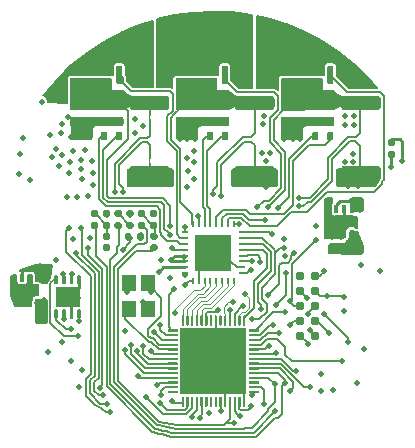
<source format=gbr>
G04 #@! TF.GenerationSoftware,KiCad,Pcbnew,(5.1.8)-1*
G04 #@! TF.CreationDate,2020-11-22T23:20:16-08:00*
G04 #@! TF.ProjectId,Thruster_Controller_V2,54687275-7374-4657-925f-436f6e74726f,rev?*
G04 #@! TF.SameCoordinates,Original*
G04 #@! TF.FileFunction,Copper,L4,Bot*
G04 #@! TF.FilePolarity,Positive*
%FSLAX46Y46*%
G04 Gerber Fmt 4.6, Leading zero omitted, Abs format (unit mm)*
G04 Created by KiCad (PCBNEW (5.1.8)-1) date 2020-11-22 23:20:16*
%MOMM*%
%LPD*%
G01*
G04 APERTURE LIST*
G04 #@! TA.AperFunction,EtchedComponent*
%ADD10C,0.100000*%
G04 #@! TD*
G04 #@! TA.AperFunction,SMDPad,CuDef*
%ADD11R,1.200000X1.400000*%
G04 #@! TD*
G04 #@! TA.AperFunction,SMDPad,CuDef*
%ADD12C,0.100000*%
G04 #@! TD*
G04 #@! TA.AperFunction,ConnectorPad*
%ADD13C,0.787400*%
G04 #@! TD*
G04 #@! TA.AperFunction,SMDPad,CuDef*
%ADD14C,0.127000*%
G04 #@! TD*
G04 #@! TA.AperFunction,SMDPad,CuDef*
%ADD15R,1.600000X1.000000*%
G04 #@! TD*
G04 #@! TA.AperFunction,SMDPad,CuDef*
%ADD16R,0.350000X0.650000*%
G04 #@! TD*
G04 #@! TA.AperFunction,SMDPad,CuDef*
%ADD17R,5.600000X5.600000*%
G04 #@! TD*
G04 #@! TA.AperFunction,SMDPad,CuDef*
%ADD18R,3.100000X3.100000*%
G04 #@! TD*
G04 #@! TA.AperFunction,SMDPad,CuDef*
%ADD19R,0.600000X0.250000*%
G04 #@! TD*
G04 #@! TA.AperFunction,SMDPad,CuDef*
%ADD20R,0.250000X0.600000*%
G04 #@! TD*
G04 #@! TA.AperFunction,SMDPad,CuDef*
%ADD21R,2.050000X1.700000*%
G04 #@! TD*
G04 #@! TA.AperFunction,ViaPad*
%ADD22C,0.500000*%
G04 #@! TD*
G04 #@! TA.AperFunction,Conductor*
%ADD23C,0.127000*%
G04 #@! TD*
G04 #@! TA.AperFunction,Conductor*
%ADD24C,0.250000*%
G04 #@! TD*
G04 #@! TA.AperFunction,Conductor*
%ADD25C,0.101600*%
G04 #@! TD*
G04 #@! TA.AperFunction,Conductor*
%ADD26C,0.200000*%
G04 #@! TD*
G04 #@! TA.AperFunction,Conductor*
%ADD27C,0.100000*%
G04 #@! TD*
G04 #@! TA.AperFunction,Conductor*
%ADD28C,0.254000*%
G04 #@! TD*
G04 APERTURE END LIST*
D10*
G36*
X103436500Y-92519000D02*
G01*
X103436500Y-92900000D01*
X103563500Y-92900000D01*
X103563500Y-92519000D01*
X103436500Y-92519000D01*
G37*
G36*
X94536500Y-92509500D02*
G01*
X94536500Y-92890500D01*
X94663500Y-92890500D01*
X94663500Y-92509500D01*
X94536500Y-92509500D01*
G37*
G36*
X112336500Y-92509500D02*
G01*
X112336500Y-92890500D01*
X112463500Y-92890500D01*
X112463500Y-92509500D01*
X112336500Y-92509500D01*
G37*
G36*
X103563500Y-89190500D02*
G01*
X103563500Y-88809500D01*
X103436500Y-88809500D01*
X103436500Y-89190500D01*
X103563500Y-89190500D01*
G37*
G36*
X94663500Y-89190500D02*
G01*
X94663500Y-88809500D01*
X94536500Y-88809500D01*
X94536500Y-89190500D01*
X94663500Y-89190500D01*
G37*
G36*
X112463500Y-89190500D02*
G01*
X112463500Y-88809500D01*
X112336500Y-88809500D01*
X112336500Y-89190500D01*
X112463500Y-89190500D01*
G37*
D11*
X94450000Y-103075000D03*
X94450000Y-105275000D03*
X92850000Y-105275000D03*
X92850000Y-103075000D03*
G04 #@! TA.AperFunction,SMDPad,CuDef*
G36*
G01*
X92275000Y-84750000D02*
X92275000Y-86150000D01*
G75*
G02*
X92225000Y-86200000I-50000J0D01*
G01*
X91825000Y-86200000D01*
G75*
G02*
X91775000Y-86150000I0J50000D01*
G01*
X91775000Y-84750000D01*
G75*
G02*
X91825000Y-84700000I50000J0D01*
G01*
X92225000Y-84700000D01*
G75*
G02*
X92275000Y-84750000I0J-50000D01*
G01*
G37*
G04 #@! TD.AperFunction*
G04 #@! TA.AperFunction,SMDPad,CuDef*
G36*
G01*
X91320000Y-84760000D02*
X91320000Y-85240000D01*
G75*
G02*
X91260000Y-85300000I-60000J0D01*
G01*
X87980000Y-85300000D01*
G75*
G02*
X87920000Y-85240000I0J60000D01*
G01*
X87920000Y-84760000D01*
G75*
G02*
X87980000Y-84700000I60000J0D01*
G01*
X91260000Y-84700000D01*
G75*
G02*
X91320000Y-84760000I0J-60000D01*
G01*
G37*
G04 #@! TD.AperFunction*
G04 #@! TA.AperFunction,SMDPad,CuDef*
D12*
G36*
X87910245Y-88449039D02*
G01*
X87900866Y-88446194D01*
X87892221Y-88441573D01*
X87884645Y-88435355D01*
X87878427Y-88427779D01*
X87873806Y-88419134D01*
X87870961Y-88409755D01*
X87870000Y-88400000D01*
X87870000Y-85800000D01*
X87870961Y-85790245D01*
X87873806Y-85780866D01*
X87878427Y-85772221D01*
X87884645Y-85764645D01*
X87892221Y-85758427D01*
X87900866Y-85753806D01*
X87910245Y-85750961D01*
X87920000Y-85750000D01*
X91320000Y-85750000D01*
X91329755Y-85750961D01*
X91339134Y-85753806D01*
X91347779Y-85758427D01*
X91355355Y-85764645D01*
X91361573Y-85772221D01*
X91366194Y-85780866D01*
X91369039Y-85790245D01*
X91370000Y-85800000D01*
X91370000Y-86750000D01*
X92320000Y-86750000D01*
X92329755Y-86750961D01*
X92339134Y-86753806D01*
X92347779Y-86758427D01*
X92355355Y-86764645D01*
X92361573Y-86772221D01*
X92366194Y-86780866D01*
X92369039Y-86790245D01*
X92370000Y-86800000D01*
X92370000Y-88400000D01*
X92369039Y-88409755D01*
X92366194Y-88419134D01*
X92361573Y-88427779D01*
X92355355Y-88435355D01*
X92347779Y-88441573D01*
X92339134Y-88446194D01*
X92329755Y-88449039D01*
X92320000Y-88450000D01*
X87920000Y-88450000D01*
X87910245Y-88449039D01*
G37*
G04 #@! TD.AperFunction*
G04 #@! TA.AperFunction,SMDPad,CuDef*
G36*
G01*
X92370000Y-89060000D02*
X92370000Y-89780000D01*
G75*
G02*
X92330000Y-89820000I-40000J0D01*
G01*
X87910000Y-89820000D01*
G75*
G02*
X87870000Y-89780000I0J40000D01*
G01*
X87870000Y-89060000D01*
G75*
G02*
X87910000Y-89020000I40000J0D01*
G01*
X92330000Y-89020000D01*
G75*
G02*
X92370000Y-89060000I0J-40000D01*
G01*
G37*
G04 #@! TD.AperFunction*
G04 #@! TA.AperFunction,SMDPad,CuDef*
G36*
G01*
X92275000Y-90346000D02*
X92275000Y-90946000D01*
G75*
G02*
X92225000Y-90996000I-50000J0D01*
G01*
X91825000Y-90996000D01*
G75*
G02*
X91775000Y-90946000I0J50000D01*
G01*
X91775000Y-90346000D01*
G75*
G02*
X91825000Y-90296000I50000J0D01*
G01*
X92225000Y-90296000D01*
G75*
G02*
X92275000Y-90346000I0J-50000D01*
G01*
G37*
G04 #@! TD.AperFunction*
G04 #@! TA.AperFunction,SMDPad,CuDef*
G36*
G01*
X88465000Y-90346000D02*
X88465000Y-90946000D01*
G75*
G02*
X88415000Y-90996000I-50000J0D01*
G01*
X88015000Y-90996000D01*
G75*
G02*
X87965000Y-90946000I0J50000D01*
G01*
X87965000Y-90346000D01*
G75*
G02*
X88015000Y-90296000I50000J0D01*
G01*
X88415000Y-90296000D01*
G75*
G02*
X88465000Y-90346000I0J-50000D01*
G01*
G37*
G04 #@! TD.AperFunction*
G04 #@! TA.AperFunction,SMDPad,CuDef*
G36*
G01*
X91005000Y-90346000D02*
X91005000Y-90946000D01*
G75*
G02*
X90955000Y-90996000I-50000J0D01*
G01*
X90555000Y-90996000D01*
G75*
G02*
X90505000Y-90946000I0J50000D01*
G01*
X90505000Y-90346000D01*
G75*
G02*
X90555000Y-90296000I50000J0D01*
G01*
X90955000Y-90296000D01*
G75*
G02*
X91005000Y-90346000I0J-50000D01*
G01*
G37*
G04 #@! TD.AperFunction*
G04 #@! TA.AperFunction,SMDPad,CuDef*
G36*
G01*
X89735000Y-90346000D02*
X89735000Y-90946000D01*
G75*
G02*
X89685000Y-90996000I-50000J0D01*
G01*
X89285000Y-90996000D01*
G75*
G02*
X89235000Y-90946000I0J50000D01*
G01*
X89235000Y-90346000D01*
G75*
G02*
X89285000Y-90296000I50000J0D01*
G01*
X89685000Y-90296000D01*
G75*
G02*
X89735000Y-90346000I0J-50000D01*
G01*
G37*
G04 #@! TD.AperFunction*
D13*
X108635000Y-102460000D03*
X108635000Y-103730000D03*
X108635000Y-105000000D03*
X108635000Y-106270000D03*
X108635000Y-107540000D03*
X107365000Y-107540000D03*
X107365000Y-106270000D03*
X107365000Y-105000000D03*
X107365000Y-103730000D03*
X107365000Y-102460000D03*
G04 #@! TA.AperFunction,SMDPad,CuDef*
G36*
G01*
X101205000Y-84750000D02*
X101205000Y-86150000D01*
G75*
G02*
X101155000Y-86200000I-50000J0D01*
G01*
X100755000Y-86200000D01*
G75*
G02*
X100705000Y-86150000I0J50000D01*
G01*
X100705000Y-84750000D01*
G75*
G02*
X100755000Y-84700000I50000J0D01*
G01*
X101155000Y-84700000D01*
G75*
G02*
X101205000Y-84750000I0J-50000D01*
G01*
G37*
G04 #@! TD.AperFunction*
G04 #@! TA.AperFunction,SMDPad,CuDef*
G36*
G01*
X100250000Y-84760000D02*
X100250000Y-85240000D01*
G75*
G02*
X100190000Y-85300000I-60000J0D01*
G01*
X96910000Y-85300000D01*
G75*
G02*
X96850000Y-85240000I0J60000D01*
G01*
X96850000Y-84760000D01*
G75*
G02*
X96910000Y-84700000I60000J0D01*
G01*
X100190000Y-84700000D01*
G75*
G02*
X100250000Y-84760000I0J-60000D01*
G01*
G37*
G04 #@! TD.AperFunction*
G04 #@! TA.AperFunction,SMDPad,CuDef*
D12*
G36*
X96840245Y-88449039D02*
G01*
X96830866Y-88446194D01*
X96822221Y-88441573D01*
X96814645Y-88435355D01*
X96808427Y-88427779D01*
X96803806Y-88419134D01*
X96800961Y-88409755D01*
X96800000Y-88400000D01*
X96800000Y-85800000D01*
X96800961Y-85790245D01*
X96803806Y-85780866D01*
X96808427Y-85772221D01*
X96814645Y-85764645D01*
X96822221Y-85758427D01*
X96830866Y-85753806D01*
X96840245Y-85750961D01*
X96850000Y-85750000D01*
X100250000Y-85750000D01*
X100259755Y-85750961D01*
X100269134Y-85753806D01*
X100277779Y-85758427D01*
X100285355Y-85764645D01*
X100291573Y-85772221D01*
X100296194Y-85780866D01*
X100299039Y-85790245D01*
X100300000Y-85800000D01*
X100300000Y-86750000D01*
X101250000Y-86750000D01*
X101259755Y-86750961D01*
X101269134Y-86753806D01*
X101277779Y-86758427D01*
X101285355Y-86764645D01*
X101291573Y-86772221D01*
X101296194Y-86780866D01*
X101299039Y-86790245D01*
X101300000Y-86800000D01*
X101300000Y-88400000D01*
X101299039Y-88409755D01*
X101296194Y-88419134D01*
X101291573Y-88427779D01*
X101285355Y-88435355D01*
X101277779Y-88441573D01*
X101269134Y-88446194D01*
X101259755Y-88449039D01*
X101250000Y-88450000D01*
X96850000Y-88450000D01*
X96840245Y-88449039D01*
G37*
G04 #@! TD.AperFunction*
G04 #@! TA.AperFunction,SMDPad,CuDef*
G36*
G01*
X101300000Y-89060000D02*
X101300000Y-89780000D01*
G75*
G02*
X101260000Y-89820000I-40000J0D01*
G01*
X96840000Y-89820000D01*
G75*
G02*
X96800000Y-89780000I0J40000D01*
G01*
X96800000Y-89060000D01*
G75*
G02*
X96840000Y-89020000I40000J0D01*
G01*
X101260000Y-89020000D01*
G75*
G02*
X101300000Y-89060000I0J-40000D01*
G01*
G37*
G04 #@! TD.AperFunction*
G04 #@! TA.AperFunction,SMDPad,CuDef*
G36*
G01*
X101205000Y-90346000D02*
X101205000Y-90946000D01*
G75*
G02*
X101155000Y-90996000I-50000J0D01*
G01*
X100755000Y-90996000D01*
G75*
G02*
X100705000Y-90946000I0J50000D01*
G01*
X100705000Y-90346000D01*
G75*
G02*
X100755000Y-90296000I50000J0D01*
G01*
X101155000Y-90296000D01*
G75*
G02*
X101205000Y-90346000I0J-50000D01*
G01*
G37*
G04 #@! TD.AperFunction*
G04 #@! TA.AperFunction,SMDPad,CuDef*
G36*
G01*
X97395000Y-90346000D02*
X97395000Y-90946000D01*
G75*
G02*
X97345000Y-90996000I-50000J0D01*
G01*
X96945000Y-90996000D01*
G75*
G02*
X96895000Y-90946000I0J50000D01*
G01*
X96895000Y-90346000D01*
G75*
G02*
X96945000Y-90296000I50000J0D01*
G01*
X97345000Y-90296000D01*
G75*
G02*
X97395000Y-90346000I0J-50000D01*
G01*
G37*
G04 #@! TD.AperFunction*
G04 #@! TA.AperFunction,SMDPad,CuDef*
G36*
G01*
X99935000Y-90346000D02*
X99935000Y-90946000D01*
G75*
G02*
X99885000Y-90996000I-50000J0D01*
G01*
X99485000Y-90996000D01*
G75*
G02*
X99435000Y-90946000I0J50000D01*
G01*
X99435000Y-90346000D01*
G75*
G02*
X99485000Y-90296000I50000J0D01*
G01*
X99885000Y-90296000D01*
G75*
G02*
X99935000Y-90346000I0J-50000D01*
G01*
G37*
G04 #@! TD.AperFunction*
G04 #@! TA.AperFunction,SMDPad,CuDef*
G36*
G01*
X98665000Y-90346000D02*
X98665000Y-90946000D01*
G75*
G02*
X98615000Y-90996000I-50000J0D01*
G01*
X98215000Y-90996000D01*
G75*
G02*
X98165000Y-90946000I0J50000D01*
G01*
X98165000Y-90346000D01*
G75*
G02*
X98215000Y-90296000I50000J0D01*
G01*
X98615000Y-90296000D01*
G75*
G02*
X98665000Y-90346000I0J-50000D01*
G01*
G37*
G04 #@! TD.AperFunction*
G04 #@! TA.AperFunction,SMDPad,CuDef*
G36*
G01*
X110155000Y-84750000D02*
X110155000Y-86150000D01*
G75*
G02*
X110105000Y-86200000I-50000J0D01*
G01*
X109705000Y-86200000D01*
G75*
G02*
X109655000Y-86150000I0J50000D01*
G01*
X109655000Y-84750000D01*
G75*
G02*
X109705000Y-84700000I50000J0D01*
G01*
X110105000Y-84700000D01*
G75*
G02*
X110155000Y-84750000I0J-50000D01*
G01*
G37*
G04 #@! TD.AperFunction*
G04 #@! TA.AperFunction,SMDPad,CuDef*
G36*
G01*
X109200000Y-84760000D02*
X109200000Y-85240000D01*
G75*
G02*
X109140000Y-85300000I-60000J0D01*
G01*
X105860000Y-85300000D01*
G75*
G02*
X105800000Y-85240000I0J60000D01*
G01*
X105800000Y-84760000D01*
G75*
G02*
X105860000Y-84700000I60000J0D01*
G01*
X109140000Y-84700000D01*
G75*
G02*
X109200000Y-84760000I0J-60000D01*
G01*
G37*
G04 #@! TD.AperFunction*
G04 #@! TA.AperFunction,SMDPad,CuDef*
G36*
X105790245Y-88449039D02*
G01*
X105780866Y-88446194D01*
X105772221Y-88441573D01*
X105764645Y-88435355D01*
X105758427Y-88427779D01*
X105753806Y-88419134D01*
X105750961Y-88409755D01*
X105750000Y-88400000D01*
X105750000Y-85800000D01*
X105750961Y-85790245D01*
X105753806Y-85780866D01*
X105758427Y-85772221D01*
X105764645Y-85764645D01*
X105772221Y-85758427D01*
X105780866Y-85753806D01*
X105790245Y-85750961D01*
X105800000Y-85750000D01*
X109200000Y-85750000D01*
X109209755Y-85750961D01*
X109219134Y-85753806D01*
X109227779Y-85758427D01*
X109235355Y-85764645D01*
X109241573Y-85772221D01*
X109246194Y-85780866D01*
X109249039Y-85790245D01*
X109250000Y-85800000D01*
X109250000Y-86750000D01*
X110200000Y-86750000D01*
X110209755Y-86750961D01*
X110219134Y-86753806D01*
X110227779Y-86758427D01*
X110235355Y-86764645D01*
X110241573Y-86772221D01*
X110246194Y-86780866D01*
X110249039Y-86790245D01*
X110250000Y-86800000D01*
X110250000Y-88400000D01*
X110249039Y-88409755D01*
X110246194Y-88419134D01*
X110241573Y-88427779D01*
X110235355Y-88435355D01*
X110227779Y-88441573D01*
X110219134Y-88446194D01*
X110209755Y-88449039D01*
X110200000Y-88450000D01*
X105800000Y-88450000D01*
X105790245Y-88449039D01*
G37*
G04 #@! TD.AperFunction*
G04 #@! TA.AperFunction,SMDPad,CuDef*
G36*
G01*
X110250000Y-89060000D02*
X110250000Y-89780000D01*
G75*
G02*
X110210000Y-89820000I-40000J0D01*
G01*
X105790000Y-89820000D01*
G75*
G02*
X105750000Y-89780000I0J40000D01*
G01*
X105750000Y-89060000D01*
G75*
G02*
X105790000Y-89020000I40000J0D01*
G01*
X110210000Y-89020000D01*
G75*
G02*
X110250000Y-89060000I0J-40000D01*
G01*
G37*
G04 #@! TD.AperFunction*
G04 #@! TA.AperFunction,SMDPad,CuDef*
G36*
G01*
X110155000Y-90346000D02*
X110155000Y-90946000D01*
G75*
G02*
X110105000Y-90996000I-50000J0D01*
G01*
X109705000Y-90996000D01*
G75*
G02*
X109655000Y-90946000I0J50000D01*
G01*
X109655000Y-90346000D01*
G75*
G02*
X109705000Y-90296000I50000J0D01*
G01*
X110105000Y-90296000D01*
G75*
G02*
X110155000Y-90346000I0J-50000D01*
G01*
G37*
G04 #@! TD.AperFunction*
G04 #@! TA.AperFunction,SMDPad,CuDef*
G36*
G01*
X106345000Y-90346000D02*
X106345000Y-90946000D01*
G75*
G02*
X106295000Y-90996000I-50000J0D01*
G01*
X105895000Y-90996000D01*
G75*
G02*
X105845000Y-90946000I0J50000D01*
G01*
X105845000Y-90346000D01*
G75*
G02*
X105895000Y-90296000I50000J0D01*
G01*
X106295000Y-90296000D01*
G75*
G02*
X106345000Y-90346000I0J-50000D01*
G01*
G37*
G04 #@! TD.AperFunction*
G04 #@! TA.AperFunction,SMDPad,CuDef*
G36*
G01*
X108885000Y-90346000D02*
X108885000Y-90946000D01*
G75*
G02*
X108835000Y-90996000I-50000J0D01*
G01*
X108435000Y-90996000D01*
G75*
G02*
X108385000Y-90946000I0J50000D01*
G01*
X108385000Y-90346000D01*
G75*
G02*
X108435000Y-90296000I50000J0D01*
G01*
X108835000Y-90296000D01*
G75*
G02*
X108885000Y-90346000I0J-50000D01*
G01*
G37*
G04 #@! TD.AperFunction*
G04 #@! TA.AperFunction,SMDPad,CuDef*
G36*
G01*
X107615000Y-90346000D02*
X107615000Y-90946000D01*
G75*
G02*
X107565000Y-90996000I-50000J0D01*
G01*
X107165000Y-90996000D01*
G75*
G02*
X107115000Y-90946000I0J50000D01*
G01*
X107115000Y-90346000D01*
G75*
G02*
X107165000Y-90296000I50000J0D01*
G01*
X107565000Y-90296000D01*
G75*
G02*
X107615000Y-90346000I0J-50000D01*
G01*
G37*
G04 #@! TD.AperFunction*
D14*
X103500000Y-92900000D03*
X103500000Y-92519000D03*
X94600000Y-92509500D03*
X94600000Y-92890500D03*
X112400000Y-92509500D03*
X112400000Y-92890500D03*
X103500000Y-88809500D03*
X103500000Y-89190500D03*
X94600000Y-89190500D03*
X94600000Y-88809500D03*
X112400000Y-88809500D03*
X112400000Y-89190500D03*
G04 #@! TA.AperFunction,SMDPad,CuDef*
G36*
G01*
X90770000Y-99800000D02*
X91110000Y-99800000D01*
G75*
G02*
X91250000Y-99940000I0J-140000D01*
G01*
X91250000Y-100220000D01*
G75*
G02*
X91110000Y-100360000I-140000J0D01*
G01*
X90770000Y-100360000D01*
G75*
G02*
X90630000Y-100220000I0J140000D01*
G01*
X90630000Y-99940000D01*
G75*
G02*
X90770000Y-99800000I140000J0D01*
G01*
G37*
G04 #@! TD.AperFunction*
G04 #@! TA.AperFunction,SMDPad,CuDef*
G36*
G01*
X90770000Y-98840000D02*
X91110000Y-98840000D01*
G75*
G02*
X91250000Y-98980000I0J-140000D01*
G01*
X91250000Y-99260000D01*
G75*
G02*
X91110000Y-99400000I-140000J0D01*
G01*
X90770000Y-99400000D01*
G75*
G02*
X90630000Y-99260000I0J140000D01*
G01*
X90630000Y-98980000D01*
G75*
G02*
X90770000Y-98840000I140000J0D01*
G01*
G37*
G04 #@! TD.AperFunction*
G04 #@! TA.AperFunction,SMDPad,CuDef*
G36*
G01*
X94790000Y-99800000D02*
X95130000Y-99800000D01*
G75*
G02*
X95270000Y-99940000I0J-140000D01*
G01*
X95270000Y-100220000D01*
G75*
G02*
X95130000Y-100360000I-140000J0D01*
G01*
X94790000Y-100360000D01*
G75*
G02*
X94650000Y-100220000I0J140000D01*
G01*
X94650000Y-99940000D01*
G75*
G02*
X94790000Y-99800000I140000J0D01*
G01*
G37*
G04 #@! TD.AperFunction*
G04 #@! TA.AperFunction,SMDPad,CuDef*
G36*
G01*
X94790000Y-98840000D02*
X95130000Y-98840000D01*
G75*
G02*
X95270000Y-98980000I0J-140000D01*
G01*
X95270000Y-99260000D01*
G75*
G02*
X95130000Y-99400000I-140000J0D01*
G01*
X94790000Y-99400000D01*
G75*
G02*
X94650000Y-99260000I0J140000D01*
G01*
X94650000Y-98980000D01*
G75*
G02*
X94790000Y-98840000I140000J0D01*
G01*
G37*
G04 #@! TD.AperFunction*
G04 #@! TA.AperFunction,SMDPad,CuDef*
G36*
G01*
X114890000Y-91915000D02*
X115260000Y-91915000D01*
G75*
G02*
X115395000Y-92050000I0J-135000D01*
G01*
X115395000Y-92320000D01*
G75*
G02*
X115260000Y-92455000I-135000J0D01*
G01*
X114890000Y-92455000D01*
G75*
G02*
X114755000Y-92320000I0J135000D01*
G01*
X114755000Y-92050000D01*
G75*
G02*
X114890000Y-91915000I135000J0D01*
G01*
G37*
G04 #@! TD.AperFunction*
G04 #@! TA.AperFunction,SMDPad,CuDef*
G36*
G01*
X114890000Y-90895000D02*
X115260000Y-90895000D01*
G75*
G02*
X115395000Y-91030000I0J-135000D01*
G01*
X115395000Y-91300000D01*
G75*
G02*
X115260000Y-91435000I-135000J0D01*
G01*
X114890000Y-91435000D01*
G75*
G02*
X114755000Y-91300000I0J135000D01*
G01*
X114755000Y-91030000D01*
G75*
G02*
X114890000Y-90895000I135000J0D01*
G01*
G37*
G04 #@! TD.AperFunction*
G04 #@! TA.AperFunction,SMDPad,CuDef*
G36*
G01*
X102075000Y-93150000D02*
X104925000Y-93150000D01*
G75*
G02*
X105175000Y-93400000I0J-250000D01*
G01*
X105175000Y-94125000D01*
G75*
G02*
X104925000Y-94375000I-250000J0D01*
G01*
X102075000Y-94375000D01*
G75*
G02*
X101825000Y-94125000I0J250000D01*
G01*
X101825000Y-93400000D01*
G75*
G02*
X102075000Y-93150000I250000J0D01*
G01*
G37*
G04 #@! TD.AperFunction*
G04 #@! TA.AperFunction,SMDPad,CuDef*
G36*
G01*
X102075000Y-87225000D02*
X104925000Y-87225000D01*
G75*
G02*
X105175000Y-87475000I0J-250000D01*
G01*
X105175000Y-88200000D01*
G75*
G02*
X104925000Y-88450000I-250000J0D01*
G01*
X102075000Y-88450000D01*
G75*
G02*
X101825000Y-88200000I0J250000D01*
G01*
X101825000Y-87475000D01*
G75*
G02*
X102075000Y-87225000I250000J0D01*
G01*
G37*
G04 #@! TD.AperFunction*
G04 #@! TA.AperFunction,SMDPad,CuDef*
G36*
G01*
X93165000Y-87225000D02*
X96015000Y-87225000D01*
G75*
G02*
X96265000Y-87475000I0J-250000D01*
G01*
X96265000Y-88200000D01*
G75*
G02*
X96015000Y-88450000I-250000J0D01*
G01*
X93165000Y-88450000D01*
G75*
G02*
X92915000Y-88200000I0J250000D01*
G01*
X92915000Y-87475000D01*
G75*
G02*
X93165000Y-87225000I250000J0D01*
G01*
G37*
G04 #@! TD.AperFunction*
G04 #@! TA.AperFunction,SMDPad,CuDef*
G36*
G01*
X93165000Y-93150000D02*
X96015000Y-93150000D01*
G75*
G02*
X96265000Y-93400000I0J-250000D01*
G01*
X96265000Y-94125000D01*
G75*
G02*
X96015000Y-94375000I-250000J0D01*
G01*
X93165000Y-94375000D01*
G75*
G02*
X92915000Y-94125000I0J250000D01*
G01*
X92915000Y-93400000D01*
G75*
G02*
X93165000Y-93150000I250000J0D01*
G01*
G37*
G04 #@! TD.AperFunction*
G04 #@! TA.AperFunction,SMDPad,CuDef*
G36*
G01*
X111055000Y-87225000D02*
X113905000Y-87225000D01*
G75*
G02*
X114155000Y-87475000I0J-250000D01*
G01*
X114155000Y-88200000D01*
G75*
G02*
X113905000Y-88450000I-250000J0D01*
G01*
X111055000Y-88450000D01*
G75*
G02*
X110805000Y-88200000I0J250000D01*
G01*
X110805000Y-87475000D01*
G75*
G02*
X111055000Y-87225000I250000J0D01*
G01*
G37*
G04 #@! TD.AperFunction*
G04 #@! TA.AperFunction,SMDPad,CuDef*
G36*
G01*
X111055000Y-93150000D02*
X113905000Y-93150000D01*
G75*
G02*
X114155000Y-93400000I0J-250000D01*
G01*
X114155000Y-94125000D01*
G75*
G02*
X113905000Y-94375000I-250000J0D01*
G01*
X111055000Y-94375000D01*
G75*
G02*
X110805000Y-94125000I0J250000D01*
G01*
X110805000Y-93400000D01*
G75*
G02*
X111055000Y-93150000I250000J0D01*
G01*
G37*
G04 #@! TD.AperFunction*
G04 #@! TA.AperFunction,SMDPad,CuDef*
G36*
G01*
X90745000Y-97940000D02*
X91115000Y-97940000D01*
G75*
G02*
X91250000Y-98075000I0J-135000D01*
G01*
X91250000Y-98345000D01*
G75*
G02*
X91115000Y-98480000I-135000J0D01*
G01*
X90745000Y-98480000D01*
G75*
G02*
X90610000Y-98345000I0J135000D01*
G01*
X90610000Y-98075000D01*
G75*
G02*
X90745000Y-97940000I135000J0D01*
G01*
G37*
G04 #@! TD.AperFunction*
G04 #@! TA.AperFunction,SMDPad,CuDef*
G36*
G01*
X90745000Y-96920000D02*
X91115000Y-96920000D01*
G75*
G02*
X91250000Y-97055000I0J-135000D01*
G01*
X91250000Y-97325000D01*
G75*
G02*
X91115000Y-97460000I-135000J0D01*
G01*
X90745000Y-97460000D01*
G75*
G02*
X90610000Y-97325000I0J135000D01*
G01*
X90610000Y-97055000D01*
G75*
G02*
X90745000Y-96920000I135000J0D01*
G01*
G37*
G04 #@! TD.AperFunction*
G04 #@! TA.AperFunction,SMDPad,CuDef*
G36*
G01*
X92745000Y-96920000D02*
X93115000Y-96920000D01*
G75*
G02*
X93250000Y-97055000I0J-135000D01*
G01*
X93250000Y-97325000D01*
G75*
G02*
X93115000Y-97460000I-135000J0D01*
G01*
X92745000Y-97460000D01*
G75*
G02*
X92610000Y-97325000I0J135000D01*
G01*
X92610000Y-97055000D01*
G75*
G02*
X92745000Y-96920000I135000J0D01*
G01*
G37*
G04 #@! TD.AperFunction*
G04 #@! TA.AperFunction,SMDPad,CuDef*
G36*
G01*
X92745000Y-97940000D02*
X93115000Y-97940000D01*
G75*
G02*
X93250000Y-98075000I0J-135000D01*
G01*
X93250000Y-98345000D01*
G75*
G02*
X93115000Y-98480000I-135000J0D01*
G01*
X92745000Y-98480000D01*
G75*
G02*
X92610000Y-98345000I0J135000D01*
G01*
X92610000Y-98075000D01*
G75*
G02*
X92745000Y-97940000I135000J0D01*
G01*
G37*
G04 #@! TD.AperFunction*
G04 #@! TA.AperFunction,SMDPad,CuDef*
G36*
G01*
X94735000Y-97940000D02*
X95105000Y-97940000D01*
G75*
G02*
X95240000Y-98075000I0J-135000D01*
G01*
X95240000Y-98345000D01*
G75*
G02*
X95105000Y-98480000I-135000J0D01*
G01*
X94735000Y-98480000D01*
G75*
G02*
X94600000Y-98345000I0J135000D01*
G01*
X94600000Y-98075000D01*
G75*
G02*
X94735000Y-97940000I135000J0D01*
G01*
G37*
G04 #@! TD.AperFunction*
G04 #@! TA.AperFunction,SMDPad,CuDef*
G36*
G01*
X94735000Y-96920000D02*
X95105000Y-96920000D01*
G75*
G02*
X95240000Y-97055000I0J-135000D01*
G01*
X95240000Y-97325000D01*
G75*
G02*
X95105000Y-97460000I-135000J0D01*
G01*
X94735000Y-97460000D01*
G75*
G02*
X94600000Y-97325000I0J135000D01*
G01*
X94600000Y-97055000D01*
G75*
G02*
X94735000Y-96920000I135000J0D01*
G01*
G37*
G04 #@! TD.AperFunction*
G04 #@! TA.AperFunction,SMDPad,CuDef*
G36*
G01*
X89745000Y-97940000D02*
X90115000Y-97940000D01*
G75*
G02*
X90250000Y-98075000I0J-135000D01*
G01*
X90250000Y-98345000D01*
G75*
G02*
X90115000Y-98480000I-135000J0D01*
G01*
X89745000Y-98480000D01*
G75*
G02*
X89610000Y-98345000I0J135000D01*
G01*
X89610000Y-98075000D01*
G75*
G02*
X89745000Y-97940000I135000J0D01*
G01*
G37*
G04 #@! TD.AperFunction*
G04 #@! TA.AperFunction,SMDPad,CuDef*
G36*
G01*
X89745000Y-96920000D02*
X90115000Y-96920000D01*
G75*
G02*
X90250000Y-97055000I0J-135000D01*
G01*
X90250000Y-97325000D01*
G75*
G02*
X90115000Y-97460000I-135000J0D01*
G01*
X89745000Y-97460000D01*
G75*
G02*
X89610000Y-97325000I0J135000D01*
G01*
X89610000Y-97055000D01*
G75*
G02*
X89745000Y-96920000I135000J0D01*
G01*
G37*
G04 #@! TD.AperFunction*
G04 #@! TA.AperFunction,SMDPad,CuDef*
G36*
G01*
X91745000Y-97940000D02*
X92115000Y-97940000D01*
G75*
G02*
X92250000Y-98075000I0J-135000D01*
G01*
X92250000Y-98345000D01*
G75*
G02*
X92115000Y-98480000I-135000J0D01*
G01*
X91745000Y-98480000D01*
G75*
G02*
X91610000Y-98345000I0J135000D01*
G01*
X91610000Y-98075000D01*
G75*
G02*
X91745000Y-97940000I135000J0D01*
G01*
G37*
G04 #@! TD.AperFunction*
G04 #@! TA.AperFunction,SMDPad,CuDef*
G36*
G01*
X91745000Y-96920000D02*
X92115000Y-96920000D01*
G75*
G02*
X92250000Y-97055000I0J-135000D01*
G01*
X92250000Y-97325000D01*
G75*
G02*
X92115000Y-97460000I-135000J0D01*
G01*
X91745000Y-97460000D01*
G75*
G02*
X91610000Y-97325000I0J135000D01*
G01*
X91610000Y-97055000D01*
G75*
G02*
X91745000Y-96920000I135000J0D01*
G01*
G37*
G04 #@! TD.AperFunction*
G04 #@! TA.AperFunction,SMDPad,CuDef*
G36*
G01*
X93740000Y-97940000D02*
X94110000Y-97940000D01*
G75*
G02*
X94245000Y-98075000I0J-135000D01*
G01*
X94245000Y-98345000D01*
G75*
G02*
X94110000Y-98480000I-135000J0D01*
G01*
X93740000Y-98480000D01*
G75*
G02*
X93605000Y-98345000I0J135000D01*
G01*
X93605000Y-98075000D01*
G75*
G02*
X93740000Y-97940000I135000J0D01*
G01*
G37*
G04 #@! TD.AperFunction*
G04 #@! TA.AperFunction,SMDPad,CuDef*
G36*
G01*
X93740000Y-96920000D02*
X94110000Y-96920000D01*
G75*
G02*
X94245000Y-97055000I0J-135000D01*
G01*
X94245000Y-97325000D01*
G75*
G02*
X94110000Y-97460000I-135000J0D01*
G01*
X93740000Y-97460000D01*
G75*
G02*
X93605000Y-97325000I0J135000D01*
G01*
X93605000Y-97055000D01*
G75*
G02*
X93740000Y-96920000I135000J0D01*
G01*
G37*
G04 #@! TD.AperFunction*
G04 #@! TA.AperFunction,SMDPad,CuDef*
G36*
G01*
X94080000Y-98975000D02*
X94080000Y-99345000D01*
G75*
G02*
X93945000Y-99480000I-135000J0D01*
G01*
X93675000Y-99480000D01*
G75*
G02*
X93540000Y-99345000I0J135000D01*
G01*
X93540000Y-98975000D01*
G75*
G02*
X93675000Y-98840000I135000J0D01*
G01*
X93945000Y-98840000D01*
G75*
G02*
X94080000Y-98975000I0J-135000D01*
G01*
G37*
G04 #@! TD.AperFunction*
G04 #@! TA.AperFunction,SMDPad,CuDef*
G36*
G01*
X93060000Y-98975000D02*
X93060000Y-99345000D01*
G75*
G02*
X92925000Y-99480000I-135000J0D01*
G01*
X92655000Y-99480000D01*
G75*
G02*
X92520000Y-99345000I0J135000D01*
G01*
X92520000Y-98975000D01*
G75*
G02*
X92655000Y-98840000I135000J0D01*
G01*
X92925000Y-98840000D01*
G75*
G02*
X93060000Y-98975000I0J-135000D01*
G01*
G37*
G04 #@! TD.AperFunction*
D15*
X111050000Y-97850000D03*
D16*
X111700000Y-96800000D03*
X111050000Y-96800000D03*
X110400000Y-96800000D03*
X110400000Y-98900000D03*
X111050000Y-98900000D03*
X111700000Y-98900000D03*
G04 #@! TA.AperFunction,SMDPad,CuDef*
G36*
G01*
X103875000Y-107050000D02*
X103875000Y-107150000D01*
G75*
G02*
X103825000Y-107200000I-50000J0D01*
G01*
X103050000Y-107200000D01*
G75*
G02*
X103000000Y-107150000I0J50000D01*
G01*
X103000000Y-107050000D01*
G75*
G02*
X103050000Y-107000000I50000J0D01*
G01*
X103825000Y-107000000D01*
G75*
G02*
X103875000Y-107050000I0J-50000D01*
G01*
G37*
G04 #@! TD.AperFunction*
G04 #@! TA.AperFunction,SMDPad,CuDef*
G36*
G01*
X103875000Y-107450000D02*
X103875000Y-107550000D01*
G75*
G02*
X103825000Y-107600000I-50000J0D01*
G01*
X103050000Y-107600000D01*
G75*
G02*
X103000000Y-107550000I0J50000D01*
G01*
X103000000Y-107450000D01*
G75*
G02*
X103050000Y-107400000I50000J0D01*
G01*
X103825000Y-107400000D01*
G75*
G02*
X103875000Y-107450000I0J-50000D01*
G01*
G37*
G04 #@! TD.AperFunction*
G04 #@! TA.AperFunction,SMDPad,CuDef*
G36*
G01*
X103875000Y-107850000D02*
X103875000Y-107950000D01*
G75*
G02*
X103825000Y-108000000I-50000J0D01*
G01*
X103050000Y-108000000D01*
G75*
G02*
X103000000Y-107950000I0J50000D01*
G01*
X103000000Y-107850000D01*
G75*
G02*
X103050000Y-107800000I50000J0D01*
G01*
X103825000Y-107800000D01*
G75*
G02*
X103875000Y-107850000I0J-50000D01*
G01*
G37*
G04 #@! TD.AperFunction*
G04 #@! TA.AperFunction,SMDPad,CuDef*
G36*
G01*
X103875000Y-108250000D02*
X103875000Y-108350000D01*
G75*
G02*
X103825000Y-108400000I-50000J0D01*
G01*
X103050000Y-108400000D01*
G75*
G02*
X103000000Y-108350000I0J50000D01*
G01*
X103000000Y-108250000D01*
G75*
G02*
X103050000Y-108200000I50000J0D01*
G01*
X103825000Y-108200000D01*
G75*
G02*
X103875000Y-108250000I0J-50000D01*
G01*
G37*
G04 #@! TD.AperFunction*
G04 #@! TA.AperFunction,SMDPad,CuDef*
G36*
G01*
X103875000Y-108650000D02*
X103875000Y-108750000D01*
G75*
G02*
X103825000Y-108800000I-50000J0D01*
G01*
X103050000Y-108800000D01*
G75*
G02*
X103000000Y-108750000I0J50000D01*
G01*
X103000000Y-108650000D01*
G75*
G02*
X103050000Y-108600000I50000J0D01*
G01*
X103825000Y-108600000D01*
G75*
G02*
X103875000Y-108650000I0J-50000D01*
G01*
G37*
G04 #@! TD.AperFunction*
G04 #@! TA.AperFunction,SMDPad,CuDef*
G36*
G01*
X103875000Y-109050000D02*
X103875000Y-109150000D01*
G75*
G02*
X103825000Y-109200000I-50000J0D01*
G01*
X103050000Y-109200000D01*
G75*
G02*
X103000000Y-109150000I0J50000D01*
G01*
X103000000Y-109050000D01*
G75*
G02*
X103050000Y-109000000I50000J0D01*
G01*
X103825000Y-109000000D01*
G75*
G02*
X103875000Y-109050000I0J-50000D01*
G01*
G37*
G04 #@! TD.AperFunction*
G04 #@! TA.AperFunction,SMDPad,CuDef*
G36*
G01*
X103875000Y-109450000D02*
X103875000Y-109550000D01*
G75*
G02*
X103825000Y-109600000I-50000J0D01*
G01*
X103050000Y-109600000D01*
G75*
G02*
X103000000Y-109550000I0J50000D01*
G01*
X103000000Y-109450000D01*
G75*
G02*
X103050000Y-109400000I50000J0D01*
G01*
X103825000Y-109400000D01*
G75*
G02*
X103875000Y-109450000I0J-50000D01*
G01*
G37*
G04 #@! TD.AperFunction*
G04 #@! TA.AperFunction,SMDPad,CuDef*
G36*
G01*
X103875000Y-109850000D02*
X103875000Y-109950000D01*
G75*
G02*
X103825000Y-110000000I-50000J0D01*
G01*
X103050000Y-110000000D01*
G75*
G02*
X103000000Y-109950000I0J50000D01*
G01*
X103000000Y-109850000D01*
G75*
G02*
X103050000Y-109800000I50000J0D01*
G01*
X103825000Y-109800000D01*
G75*
G02*
X103875000Y-109850000I0J-50000D01*
G01*
G37*
G04 #@! TD.AperFunction*
G04 #@! TA.AperFunction,SMDPad,CuDef*
G36*
G01*
X103875000Y-110250000D02*
X103875000Y-110350000D01*
G75*
G02*
X103825000Y-110400000I-50000J0D01*
G01*
X103050000Y-110400000D01*
G75*
G02*
X103000000Y-110350000I0J50000D01*
G01*
X103000000Y-110250000D01*
G75*
G02*
X103050000Y-110200000I50000J0D01*
G01*
X103825000Y-110200000D01*
G75*
G02*
X103875000Y-110250000I0J-50000D01*
G01*
G37*
G04 #@! TD.AperFunction*
G04 #@! TA.AperFunction,SMDPad,CuDef*
G36*
G01*
X103875000Y-110650000D02*
X103875000Y-110750000D01*
G75*
G02*
X103825000Y-110800000I-50000J0D01*
G01*
X103050000Y-110800000D01*
G75*
G02*
X103000000Y-110750000I0J50000D01*
G01*
X103000000Y-110650000D01*
G75*
G02*
X103050000Y-110600000I50000J0D01*
G01*
X103825000Y-110600000D01*
G75*
G02*
X103875000Y-110650000I0J-50000D01*
G01*
G37*
G04 #@! TD.AperFunction*
G04 #@! TA.AperFunction,SMDPad,CuDef*
G36*
G01*
X103875000Y-111050000D02*
X103875000Y-111150000D01*
G75*
G02*
X103825000Y-111200000I-50000J0D01*
G01*
X103050000Y-111200000D01*
G75*
G02*
X103000000Y-111150000I0J50000D01*
G01*
X103000000Y-111050000D01*
G75*
G02*
X103050000Y-111000000I50000J0D01*
G01*
X103825000Y-111000000D01*
G75*
G02*
X103875000Y-111050000I0J-50000D01*
G01*
G37*
G04 #@! TD.AperFunction*
G04 #@! TA.AperFunction,SMDPad,CuDef*
G36*
G01*
X103875000Y-111450000D02*
X103875000Y-111550000D01*
G75*
G02*
X103825000Y-111600000I-50000J0D01*
G01*
X103050000Y-111600000D01*
G75*
G02*
X103000000Y-111550000I0J50000D01*
G01*
X103000000Y-111450000D01*
G75*
G02*
X103050000Y-111400000I50000J0D01*
G01*
X103825000Y-111400000D01*
G75*
G02*
X103875000Y-111450000I0J-50000D01*
G01*
G37*
G04 #@! TD.AperFunction*
G04 #@! TA.AperFunction,SMDPad,CuDef*
G36*
G01*
X103875000Y-111850000D02*
X103875000Y-111950000D01*
G75*
G02*
X103825000Y-112000000I-50000J0D01*
G01*
X103050000Y-112000000D01*
G75*
G02*
X103000000Y-111950000I0J50000D01*
G01*
X103000000Y-111850000D01*
G75*
G02*
X103050000Y-111800000I50000J0D01*
G01*
X103825000Y-111800000D01*
G75*
G02*
X103875000Y-111850000I0J-50000D01*
G01*
G37*
G04 #@! TD.AperFunction*
G04 #@! TA.AperFunction,SMDPad,CuDef*
G36*
G01*
X103875000Y-112250000D02*
X103875000Y-112350000D01*
G75*
G02*
X103825000Y-112400000I-50000J0D01*
G01*
X103050000Y-112400000D01*
G75*
G02*
X103000000Y-112350000I0J50000D01*
G01*
X103000000Y-112250000D01*
G75*
G02*
X103050000Y-112200000I50000J0D01*
G01*
X103825000Y-112200000D01*
G75*
G02*
X103875000Y-112250000I0J-50000D01*
G01*
G37*
G04 #@! TD.AperFunction*
G04 #@! TA.AperFunction,SMDPad,CuDef*
G36*
G01*
X102700000Y-112750000D02*
X102700000Y-113525000D01*
G75*
G02*
X102650000Y-113575000I-50000J0D01*
G01*
X102550000Y-113575000D01*
G75*
G02*
X102500000Y-113525000I0J50000D01*
G01*
X102500000Y-112750000D01*
G75*
G02*
X102550000Y-112700000I50000J0D01*
G01*
X102650000Y-112700000D01*
G75*
G02*
X102700000Y-112750000I0J-50000D01*
G01*
G37*
G04 #@! TD.AperFunction*
G04 #@! TA.AperFunction,SMDPad,CuDef*
G36*
G01*
X102300000Y-112750000D02*
X102300000Y-113525000D01*
G75*
G02*
X102250000Y-113575000I-50000J0D01*
G01*
X102150000Y-113575000D01*
G75*
G02*
X102100000Y-113525000I0J50000D01*
G01*
X102100000Y-112750000D01*
G75*
G02*
X102150000Y-112700000I50000J0D01*
G01*
X102250000Y-112700000D01*
G75*
G02*
X102300000Y-112750000I0J-50000D01*
G01*
G37*
G04 #@! TD.AperFunction*
G04 #@! TA.AperFunction,SMDPad,CuDef*
G36*
G01*
X101900000Y-112750000D02*
X101900000Y-113525000D01*
G75*
G02*
X101850000Y-113575000I-50000J0D01*
G01*
X101750000Y-113575000D01*
G75*
G02*
X101700000Y-113525000I0J50000D01*
G01*
X101700000Y-112750000D01*
G75*
G02*
X101750000Y-112700000I50000J0D01*
G01*
X101850000Y-112700000D01*
G75*
G02*
X101900000Y-112750000I0J-50000D01*
G01*
G37*
G04 #@! TD.AperFunction*
G04 #@! TA.AperFunction,SMDPad,CuDef*
G36*
G01*
X101500000Y-112750000D02*
X101500000Y-113525000D01*
G75*
G02*
X101450000Y-113575000I-50000J0D01*
G01*
X101350000Y-113575000D01*
G75*
G02*
X101300000Y-113525000I0J50000D01*
G01*
X101300000Y-112750000D01*
G75*
G02*
X101350000Y-112700000I50000J0D01*
G01*
X101450000Y-112700000D01*
G75*
G02*
X101500000Y-112750000I0J-50000D01*
G01*
G37*
G04 #@! TD.AperFunction*
G04 #@! TA.AperFunction,SMDPad,CuDef*
G36*
G01*
X101100000Y-112750000D02*
X101100000Y-113525000D01*
G75*
G02*
X101050000Y-113575000I-50000J0D01*
G01*
X100950000Y-113575000D01*
G75*
G02*
X100900000Y-113525000I0J50000D01*
G01*
X100900000Y-112750000D01*
G75*
G02*
X100950000Y-112700000I50000J0D01*
G01*
X101050000Y-112700000D01*
G75*
G02*
X101100000Y-112750000I0J-50000D01*
G01*
G37*
G04 #@! TD.AperFunction*
G04 #@! TA.AperFunction,SMDPad,CuDef*
G36*
G01*
X100700000Y-112750000D02*
X100700000Y-113525000D01*
G75*
G02*
X100650000Y-113575000I-50000J0D01*
G01*
X100550000Y-113575000D01*
G75*
G02*
X100500000Y-113525000I0J50000D01*
G01*
X100500000Y-112750000D01*
G75*
G02*
X100550000Y-112700000I50000J0D01*
G01*
X100650000Y-112700000D01*
G75*
G02*
X100700000Y-112750000I0J-50000D01*
G01*
G37*
G04 #@! TD.AperFunction*
G04 #@! TA.AperFunction,SMDPad,CuDef*
G36*
G01*
X100300000Y-112750000D02*
X100300000Y-113525000D01*
G75*
G02*
X100250000Y-113575000I-50000J0D01*
G01*
X100150000Y-113575000D01*
G75*
G02*
X100100000Y-113525000I0J50000D01*
G01*
X100100000Y-112750000D01*
G75*
G02*
X100150000Y-112700000I50000J0D01*
G01*
X100250000Y-112700000D01*
G75*
G02*
X100300000Y-112750000I0J-50000D01*
G01*
G37*
G04 #@! TD.AperFunction*
G04 #@! TA.AperFunction,SMDPad,CuDef*
G36*
G01*
X99900000Y-112750000D02*
X99900000Y-113525000D01*
G75*
G02*
X99850000Y-113575000I-50000J0D01*
G01*
X99750000Y-113575000D01*
G75*
G02*
X99700000Y-113525000I0J50000D01*
G01*
X99700000Y-112750000D01*
G75*
G02*
X99750000Y-112700000I50000J0D01*
G01*
X99850000Y-112700000D01*
G75*
G02*
X99900000Y-112750000I0J-50000D01*
G01*
G37*
G04 #@! TD.AperFunction*
G04 #@! TA.AperFunction,SMDPad,CuDef*
G36*
G01*
X99500000Y-112750000D02*
X99500000Y-113525000D01*
G75*
G02*
X99450000Y-113575000I-50000J0D01*
G01*
X99350000Y-113575000D01*
G75*
G02*
X99300000Y-113525000I0J50000D01*
G01*
X99300000Y-112750000D01*
G75*
G02*
X99350000Y-112700000I50000J0D01*
G01*
X99450000Y-112700000D01*
G75*
G02*
X99500000Y-112750000I0J-50000D01*
G01*
G37*
G04 #@! TD.AperFunction*
G04 #@! TA.AperFunction,SMDPad,CuDef*
G36*
G01*
X99100000Y-112750000D02*
X99100000Y-113525000D01*
G75*
G02*
X99050000Y-113575000I-50000J0D01*
G01*
X98950000Y-113575000D01*
G75*
G02*
X98900000Y-113525000I0J50000D01*
G01*
X98900000Y-112750000D01*
G75*
G02*
X98950000Y-112700000I50000J0D01*
G01*
X99050000Y-112700000D01*
G75*
G02*
X99100000Y-112750000I0J-50000D01*
G01*
G37*
G04 #@! TD.AperFunction*
G04 #@! TA.AperFunction,SMDPad,CuDef*
G36*
G01*
X98700000Y-112750000D02*
X98700000Y-113525000D01*
G75*
G02*
X98650000Y-113575000I-50000J0D01*
G01*
X98550000Y-113575000D01*
G75*
G02*
X98500000Y-113525000I0J50000D01*
G01*
X98500000Y-112750000D01*
G75*
G02*
X98550000Y-112700000I50000J0D01*
G01*
X98650000Y-112700000D01*
G75*
G02*
X98700000Y-112750000I0J-50000D01*
G01*
G37*
G04 #@! TD.AperFunction*
G04 #@! TA.AperFunction,SMDPad,CuDef*
G36*
G01*
X98300000Y-112750000D02*
X98300000Y-113525000D01*
G75*
G02*
X98250000Y-113575000I-50000J0D01*
G01*
X98150000Y-113575000D01*
G75*
G02*
X98100000Y-113525000I0J50000D01*
G01*
X98100000Y-112750000D01*
G75*
G02*
X98150000Y-112700000I50000J0D01*
G01*
X98250000Y-112700000D01*
G75*
G02*
X98300000Y-112750000I0J-50000D01*
G01*
G37*
G04 #@! TD.AperFunction*
G04 #@! TA.AperFunction,SMDPad,CuDef*
G36*
G01*
X97900000Y-112750000D02*
X97900000Y-113525000D01*
G75*
G02*
X97850000Y-113575000I-50000J0D01*
G01*
X97750000Y-113575000D01*
G75*
G02*
X97700000Y-113525000I0J50000D01*
G01*
X97700000Y-112750000D01*
G75*
G02*
X97750000Y-112700000I50000J0D01*
G01*
X97850000Y-112700000D01*
G75*
G02*
X97900000Y-112750000I0J-50000D01*
G01*
G37*
G04 #@! TD.AperFunction*
G04 #@! TA.AperFunction,SMDPad,CuDef*
G36*
G01*
X97500000Y-112750000D02*
X97500000Y-113525000D01*
G75*
G02*
X97450000Y-113575000I-50000J0D01*
G01*
X97350000Y-113575000D01*
G75*
G02*
X97300000Y-113525000I0J50000D01*
G01*
X97300000Y-112750000D01*
G75*
G02*
X97350000Y-112700000I50000J0D01*
G01*
X97450000Y-112700000D01*
G75*
G02*
X97500000Y-112750000I0J-50000D01*
G01*
G37*
G04 #@! TD.AperFunction*
G04 #@! TA.AperFunction,SMDPad,CuDef*
G36*
G01*
X97000000Y-112250000D02*
X97000000Y-112350000D01*
G75*
G02*
X96950000Y-112400000I-50000J0D01*
G01*
X96175000Y-112400000D01*
G75*
G02*
X96125000Y-112350000I0J50000D01*
G01*
X96125000Y-112250000D01*
G75*
G02*
X96175000Y-112200000I50000J0D01*
G01*
X96950000Y-112200000D01*
G75*
G02*
X97000000Y-112250000I0J-50000D01*
G01*
G37*
G04 #@! TD.AperFunction*
G04 #@! TA.AperFunction,SMDPad,CuDef*
G36*
G01*
X97000000Y-111850000D02*
X97000000Y-111950000D01*
G75*
G02*
X96950000Y-112000000I-50000J0D01*
G01*
X96175000Y-112000000D01*
G75*
G02*
X96125000Y-111950000I0J50000D01*
G01*
X96125000Y-111850000D01*
G75*
G02*
X96175000Y-111800000I50000J0D01*
G01*
X96950000Y-111800000D01*
G75*
G02*
X97000000Y-111850000I0J-50000D01*
G01*
G37*
G04 #@! TD.AperFunction*
G04 #@! TA.AperFunction,SMDPad,CuDef*
G36*
G01*
X97000000Y-111450000D02*
X97000000Y-111550000D01*
G75*
G02*
X96950000Y-111600000I-50000J0D01*
G01*
X96175000Y-111600000D01*
G75*
G02*
X96125000Y-111550000I0J50000D01*
G01*
X96125000Y-111450000D01*
G75*
G02*
X96175000Y-111400000I50000J0D01*
G01*
X96950000Y-111400000D01*
G75*
G02*
X97000000Y-111450000I0J-50000D01*
G01*
G37*
G04 #@! TD.AperFunction*
G04 #@! TA.AperFunction,SMDPad,CuDef*
G36*
G01*
X97000000Y-111050000D02*
X97000000Y-111150000D01*
G75*
G02*
X96950000Y-111200000I-50000J0D01*
G01*
X96175000Y-111200000D01*
G75*
G02*
X96125000Y-111150000I0J50000D01*
G01*
X96125000Y-111050000D01*
G75*
G02*
X96175000Y-111000000I50000J0D01*
G01*
X96950000Y-111000000D01*
G75*
G02*
X97000000Y-111050000I0J-50000D01*
G01*
G37*
G04 #@! TD.AperFunction*
G04 #@! TA.AperFunction,SMDPad,CuDef*
G36*
G01*
X97000000Y-110650000D02*
X97000000Y-110750000D01*
G75*
G02*
X96950000Y-110800000I-50000J0D01*
G01*
X96175000Y-110800000D01*
G75*
G02*
X96125000Y-110750000I0J50000D01*
G01*
X96125000Y-110650000D01*
G75*
G02*
X96175000Y-110600000I50000J0D01*
G01*
X96950000Y-110600000D01*
G75*
G02*
X97000000Y-110650000I0J-50000D01*
G01*
G37*
G04 #@! TD.AperFunction*
G04 #@! TA.AperFunction,SMDPad,CuDef*
G36*
G01*
X97000000Y-110250000D02*
X97000000Y-110350000D01*
G75*
G02*
X96950000Y-110400000I-50000J0D01*
G01*
X96175000Y-110400000D01*
G75*
G02*
X96125000Y-110350000I0J50000D01*
G01*
X96125000Y-110250000D01*
G75*
G02*
X96175000Y-110200000I50000J0D01*
G01*
X96950000Y-110200000D01*
G75*
G02*
X97000000Y-110250000I0J-50000D01*
G01*
G37*
G04 #@! TD.AperFunction*
G04 #@! TA.AperFunction,SMDPad,CuDef*
G36*
G01*
X97000000Y-109850000D02*
X97000000Y-109950000D01*
G75*
G02*
X96950000Y-110000000I-50000J0D01*
G01*
X96175000Y-110000000D01*
G75*
G02*
X96125000Y-109950000I0J50000D01*
G01*
X96125000Y-109850000D01*
G75*
G02*
X96175000Y-109800000I50000J0D01*
G01*
X96950000Y-109800000D01*
G75*
G02*
X97000000Y-109850000I0J-50000D01*
G01*
G37*
G04 #@! TD.AperFunction*
G04 #@! TA.AperFunction,SMDPad,CuDef*
G36*
G01*
X97000000Y-109450000D02*
X97000000Y-109550000D01*
G75*
G02*
X96950000Y-109600000I-50000J0D01*
G01*
X96175000Y-109600000D01*
G75*
G02*
X96125000Y-109550000I0J50000D01*
G01*
X96125000Y-109450000D01*
G75*
G02*
X96175000Y-109400000I50000J0D01*
G01*
X96950000Y-109400000D01*
G75*
G02*
X97000000Y-109450000I0J-50000D01*
G01*
G37*
G04 #@! TD.AperFunction*
G04 #@! TA.AperFunction,SMDPad,CuDef*
G36*
G01*
X97000000Y-109050000D02*
X97000000Y-109150000D01*
G75*
G02*
X96950000Y-109200000I-50000J0D01*
G01*
X96175000Y-109200000D01*
G75*
G02*
X96125000Y-109150000I0J50000D01*
G01*
X96125000Y-109050000D01*
G75*
G02*
X96175000Y-109000000I50000J0D01*
G01*
X96950000Y-109000000D01*
G75*
G02*
X97000000Y-109050000I0J-50000D01*
G01*
G37*
G04 #@! TD.AperFunction*
G04 #@! TA.AperFunction,SMDPad,CuDef*
G36*
G01*
X97000000Y-108650000D02*
X97000000Y-108750000D01*
G75*
G02*
X96950000Y-108800000I-50000J0D01*
G01*
X96175000Y-108800000D01*
G75*
G02*
X96125000Y-108750000I0J50000D01*
G01*
X96125000Y-108650000D01*
G75*
G02*
X96175000Y-108600000I50000J0D01*
G01*
X96950000Y-108600000D01*
G75*
G02*
X97000000Y-108650000I0J-50000D01*
G01*
G37*
G04 #@! TD.AperFunction*
G04 #@! TA.AperFunction,SMDPad,CuDef*
G36*
G01*
X97000000Y-108250000D02*
X97000000Y-108350000D01*
G75*
G02*
X96950000Y-108400000I-50000J0D01*
G01*
X96175000Y-108400000D01*
G75*
G02*
X96125000Y-108350000I0J50000D01*
G01*
X96125000Y-108250000D01*
G75*
G02*
X96175000Y-108200000I50000J0D01*
G01*
X96950000Y-108200000D01*
G75*
G02*
X97000000Y-108250000I0J-50000D01*
G01*
G37*
G04 #@! TD.AperFunction*
G04 #@! TA.AperFunction,SMDPad,CuDef*
G36*
G01*
X97000000Y-107850000D02*
X97000000Y-107950000D01*
G75*
G02*
X96950000Y-108000000I-50000J0D01*
G01*
X96175000Y-108000000D01*
G75*
G02*
X96125000Y-107950000I0J50000D01*
G01*
X96125000Y-107850000D01*
G75*
G02*
X96175000Y-107800000I50000J0D01*
G01*
X96950000Y-107800000D01*
G75*
G02*
X97000000Y-107850000I0J-50000D01*
G01*
G37*
G04 #@! TD.AperFunction*
G04 #@! TA.AperFunction,SMDPad,CuDef*
G36*
G01*
X97000000Y-107450000D02*
X97000000Y-107550000D01*
G75*
G02*
X96950000Y-107600000I-50000J0D01*
G01*
X96175000Y-107600000D01*
G75*
G02*
X96125000Y-107550000I0J50000D01*
G01*
X96125000Y-107450000D01*
G75*
G02*
X96175000Y-107400000I50000J0D01*
G01*
X96950000Y-107400000D01*
G75*
G02*
X97000000Y-107450000I0J-50000D01*
G01*
G37*
G04 #@! TD.AperFunction*
G04 #@! TA.AperFunction,SMDPad,CuDef*
G36*
G01*
X97000000Y-107050000D02*
X97000000Y-107150000D01*
G75*
G02*
X96950000Y-107200000I-50000J0D01*
G01*
X96175000Y-107200000D01*
G75*
G02*
X96125000Y-107150000I0J50000D01*
G01*
X96125000Y-107050000D01*
G75*
G02*
X96175000Y-107000000I50000J0D01*
G01*
X96950000Y-107000000D01*
G75*
G02*
X97000000Y-107050000I0J-50000D01*
G01*
G37*
G04 #@! TD.AperFunction*
G04 #@! TA.AperFunction,SMDPad,CuDef*
G36*
G01*
X97500000Y-105875000D02*
X97500000Y-106650000D01*
G75*
G02*
X97450000Y-106700000I-50000J0D01*
G01*
X97350000Y-106700000D01*
G75*
G02*
X97300000Y-106650000I0J50000D01*
G01*
X97300000Y-105875000D01*
G75*
G02*
X97350000Y-105825000I50000J0D01*
G01*
X97450000Y-105825000D01*
G75*
G02*
X97500000Y-105875000I0J-50000D01*
G01*
G37*
G04 #@! TD.AperFunction*
G04 #@! TA.AperFunction,SMDPad,CuDef*
G36*
G01*
X97900000Y-105875000D02*
X97900000Y-106650000D01*
G75*
G02*
X97850000Y-106700000I-50000J0D01*
G01*
X97750000Y-106700000D01*
G75*
G02*
X97700000Y-106650000I0J50000D01*
G01*
X97700000Y-105875000D01*
G75*
G02*
X97750000Y-105825000I50000J0D01*
G01*
X97850000Y-105825000D01*
G75*
G02*
X97900000Y-105875000I0J-50000D01*
G01*
G37*
G04 #@! TD.AperFunction*
G04 #@! TA.AperFunction,SMDPad,CuDef*
G36*
G01*
X98300000Y-105875000D02*
X98300000Y-106650000D01*
G75*
G02*
X98250000Y-106700000I-50000J0D01*
G01*
X98150000Y-106700000D01*
G75*
G02*
X98100000Y-106650000I0J50000D01*
G01*
X98100000Y-105875000D01*
G75*
G02*
X98150000Y-105825000I50000J0D01*
G01*
X98250000Y-105825000D01*
G75*
G02*
X98300000Y-105875000I0J-50000D01*
G01*
G37*
G04 #@! TD.AperFunction*
G04 #@! TA.AperFunction,SMDPad,CuDef*
G36*
G01*
X98700000Y-105875000D02*
X98700000Y-106650000D01*
G75*
G02*
X98650000Y-106700000I-50000J0D01*
G01*
X98550000Y-106700000D01*
G75*
G02*
X98500000Y-106650000I0J50000D01*
G01*
X98500000Y-105875000D01*
G75*
G02*
X98550000Y-105825000I50000J0D01*
G01*
X98650000Y-105825000D01*
G75*
G02*
X98700000Y-105875000I0J-50000D01*
G01*
G37*
G04 #@! TD.AperFunction*
G04 #@! TA.AperFunction,SMDPad,CuDef*
G36*
G01*
X99100000Y-105875000D02*
X99100000Y-106650000D01*
G75*
G02*
X99050000Y-106700000I-50000J0D01*
G01*
X98950000Y-106700000D01*
G75*
G02*
X98900000Y-106650000I0J50000D01*
G01*
X98900000Y-105875000D01*
G75*
G02*
X98950000Y-105825000I50000J0D01*
G01*
X99050000Y-105825000D01*
G75*
G02*
X99100000Y-105875000I0J-50000D01*
G01*
G37*
G04 #@! TD.AperFunction*
G04 #@! TA.AperFunction,SMDPad,CuDef*
G36*
G01*
X99500000Y-105875000D02*
X99500000Y-106650000D01*
G75*
G02*
X99450000Y-106700000I-50000J0D01*
G01*
X99350000Y-106700000D01*
G75*
G02*
X99300000Y-106650000I0J50000D01*
G01*
X99300000Y-105875000D01*
G75*
G02*
X99350000Y-105825000I50000J0D01*
G01*
X99450000Y-105825000D01*
G75*
G02*
X99500000Y-105875000I0J-50000D01*
G01*
G37*
G04 #@! TD.AperFunction*
G04 #@! TA.AperFunction,SMDPad,CuDef*
G36*
G01*
X99900000Y-105875000D02*
X99900000Y-106650000D01*
G75*
G02*
X99850000Y-106700000I-50000J0D01*
G01*
X99750000Y-106700000D01*
G75*
G02*
X99700000Y-106650000I0J50000D01*
G01*
X99700000Y-105875000D01*
G75*
G02*
X99750000Y-105825000I50000J0D01*
G01*
X99850000Y-105825000D01*
G75*
G02*
X99900000Y-105875000I0J-50000D01*
G01*
G37*
G04 #@! TD.AperFunction*
G04 #@! TA.AperFunction,SMDPad,CuDef*
G36*
G01*
X100300000Y-105875000D02*
X100300000Y-106650000D01*
G75*
G02*
X100250000Y-106700000I-50000J0D01*
G01*
X100150000Y-106700000D01*
G75*
G02*
X100100000Y-106650000I0J50000D01*
G01*
X100100000Y-105875000D01*
G75*
G02*
X100150000Y-105825000I50000J0D01*
G01*
X100250000Y-105825000D01*
G75*
G02*
X100300000Y-105875000I0J-50000D01*
G01*
G37*
G04 #@! TD.AperFunction*
G04 #@! TA.AperFunction,SMDPad,CuDef*
G36*
G01*
X100700000Y-105875000D02*
X100700000Y-106650000D01*
G75*
G02*
X100650000Y-106700000I-50000J0D01*
G01*
X100550000Y-106700000D01*
G75*
G02*
X100500000Y-106650000I0J50000D01*
G01*
X100500000Y-105875000D01*
G75*
G02*
X100550000Y-105825000I50000J0D01*
G01*
X100650000Y-105825000D01*
G75*
G02*
X100700000Y-105875000I0J-50000D01*
G01*
G37*
G04 #@! TD.AperFunction*
G04 #@! TA.AperFunction,SMDPad,CuDef*
G36*
G01*
X101100000Y-105875000D02*
X101100000Y-106650000D01*
G75*
G02*
X101050000Y-106700000I-50000J0D01*
G01*
X100950000Y-106700000D01*
G75*
G02*
X100900000Y-106650000I0J50000D01*
G01*
X100900000Y-105875000D01*
G75*
G02*
X100950000Y-105825000I50000J0D01*
G01*
X101050000Y-105825000D01*
G75*
G02*
X101100000Y-105875000I0J-50000D01*
G01*
G37*
G04 #@! TD.AperFunction*
G04 #@! TA.AperFunction,SMDPad,CuDef*
G36*
G01*
X101500000Y-105875000D02*
X101500000Y-106650000D01*
G75*
G02*
X101450000Y-106700000I-50000J0D01*
G01*
X101350000Y-106700000D01*
G75*
G02*
X101300000Y-106650000I0J50000D01*
G01*
X101300000Y-105875000D01*
G75*
G02*
X101350000Y-105825000I50000J0D01*
G01*
X101450000Y-105825000D01*
G75*
G02*
X101500000Y-105875000I0J-50000D01*
G01*
G37*
G04 #@! TD.AperFunction*
G04 #@! TA.AperFunction,SMDPad,CuDef*
G36*
G01*
X101900000Y-105875000D02*
X101900000Y-106650000D01*
G75*
G02*
X101850000Y-106700000I-50000J0D01*
G01*
X101750000Y-106700000D01*
G75*
G02*
X101700000Y-106650000I0J50000D01*
G01*
X101700000Y-105875000D01*
G75*
G02*
X101750000Y-105825000I50000J0D01*
G01*
X101850000Y-105825000D01*
G75*
G02*
X101900000Y-105875000I0J-50000D01*
G01*
G37*
G04 #@! TD.AperFunction*
G04 #@! TA.AperFunction,SMDPad,CuDef*
G36*
G01*
X102300000Y-105875000D02*
X102300000Y-106650000D01*
G75*
G02*
X102250000Y-106700000I-50000J0D01*
G01*
X102150000Y-106700000D01*
G75*
G02*
X102100000Y-106650000I0J50000D01*
G01*
X102100000Y-105875000D01*
G75*
G02*
X102150000Y-105825000I50000J0D01*
G01*
X102250000Y-105825000D01*
G75*
G02*
X102300000Y-105875000I0J-50000D01*
G01*
G37*
G04 #@! TD.AperFunction*
G04 #@! TA.AperFunction,SMDPad,CuDef*
G36*
G01*
X102700000Y-105875000D02*
X102700000Y-106650000D01*
G75*
G02*
X102650000Y-106700000I-50000J0D01*
G01*
X102550000Y-106700000D01*
G75*
G02*
X102500000Y-106650000I0J50000D01*
G01*
X102500000Y-105875000D01*
G75*
G02*
X102550000Y-105825000I50000J0D01*
G01*
X102650000Y-105825000D01*
G75*
G02*
X102700000Y-105875000I0J-50000D01*
G01*
G37*
G04 #@! TD.AperFunction*
D17*
X100000000Y-109700000D03*
D18*
X100000000Y-100500000D03*
D19*
X97600000Y-102250000D03*
X97600000Y-101750000D03*
X97600000Y-101250000D03*
X97600000Y-100750000D03*
X97600000Y-100250000D03*
X97600000Y-99750000D03*
X97600000Y-99250000D03*
X97600000Y-98750000D03*
D20*
X98250000Y-98100000D03*
X98750000Y-98100000D03*
X99250000Y-98100000D03*
X99750000Y-98100000D03*
X100250000Y-98100000D03*
X100750000Y-98100000D03*
X101250000Y-98100000D03*
X101750000Y-98100000D03*
D19*
X102400000Y-98750000D03*
X102400000Y-99250000D03*
X102400000Y-99750000D03*
X102400000Y-100250000D03*
X102400000Y-100750000D03*
X102400000Y-101250000D03*
X102400000Y-101750000D03*
X102400000Y-102250000D03*
D20*
X101750000Y-102900000D03*
X101250000Y-102900000D03*
X100750000Y-102900000D03*
X100250000Y-102900000D03*
X99750000Y-102900000D03*
X99250000Y-102900000D03*
X98750000Y-102900000D03*
X98250000Y-102900000D03*
D16*
X85100000Y-104750000D03*
X84450000Y-104750000D03*
X83800000Y-104750000D03*
X83800000Y-102650000D03*
X84450000Y-102650000D03*
X85100000Y-102650000D03*
D15*
X84450000Y-103700000D03*
G04 #@! TA.AperFunction,SMDPad,CuDef*
G36*
G01*
X88700000Y-106100000D02*
X88550000Y-106100000D01*
G75*
G02*
X88475000Y-106025000I0J75000D01*
G01*
X88475000Y-105375000D01*
G75*
G02*
X88550000Y-105300000I75000J0D01*
G01*
X88700000Y-105300000D01*
G75*
G02*
X88775000Y-105375000I0J-75000D01*
G01*
X88775000Y-106025000D01*
G75*
G02*
X88700000Y-106100000I-75000J0D01*
G01*
G37*
G04 #@! TD.AperFunction*
G04 #@! TA.AperFunction,SMDPad,CuDef*
G36*
G01*
X88050000Y-106100000D02*
X87900000Y-106100000D01*
G75*
G02*
X87825000Y-106025000I0J75000D01*
G01*
X87825000Y-105375000D01*
G75*
G02*
X87900000Y-105300000I75000J0D01*
G01*
X88050000Y-105300000D01*
G75*
G02*
X88125000Y-105375000I0J-75000D01*
G01*
X88125000Y-106025000D01*
G75*
G02*
X88050000Y-106100000I-75000J0D01*
G01*
G37*
G04 #@! TD.AperFunction*
G04 #@! TA.AperFunction,SMDPad,CuDef*
G36*
G01*
X87400000Y-106100000D02*
X87250000Y-106100000D01*
G75*
G02*
X87175000Y-106025000I0J75000D01*
G01*
X87175000Y-105375000D01*
G75*
G02*
X87250000Y-105300000I75000J0D01*
G01*
X87400000Y-105300000D01*
G75*
G02*
X87475000Y-105375000I0J-75000D01*
G01*
X87475000Y-106025000D01*
G75*
G02*
X87400000Y-106100000I-75000J0D01*
G01*
G37*
G04 #@! TD.AperFunction*
G04 #@! TA.AperFunction,SMDPad,CuDef*
G36*
G01*
X86750000Y-106100000D02*
X86600000Y-106100000D01*
G75*
G02*
X86525000Y-106025000I0J75000D01*
G01*
X86525000Y-105375000D01*
G75*
G02*
X86600000Y-105300000I75000J0D01*
G01*
X86750000Y-105300000D01*
G75*
G02*
X86825000Y-105375000I0J-75000D01*
G01*
X86825000Y-106025000D01*
G75*
G02*
X86750000Y-106100000I-75000J0D01*
G01*
G37*
G04 #@! TD.AperFunction*
G04 #@! TA.AperFunction,SMDPad,CuDef*
G36*
G01*
X86750000Y-103200000D02*
X86600000Y-103200000D01*
G75*
G02*
X86525000Y-103125000I0J75000D01*
G01*
X86525000Y-102475000D01*
G75*
G02*
X86600000Y-102400000I75000J0D01*
G01*
X86750000Y-102400000D01*
G75*
G02*
X86825000Y-102475000I0J-75000D01*
G01*
X86825000Y-103125000D01*
G75*
G02*
X86750000Y-103200000I-75000J0D01*
G01*
G37*
G04 #@! TD.AperFunction*
G04 #@! TA.AperFunction,SMDPad,CuDef*
G36*
G01*
X87400000Y-103200000D02*
X87250000Y-103200000D01*
G75*
G02*
X87175000Y-103125000I0J75000D01*
G01*
X87175000Y-102475000D01*
G75*
G02*
X87250000Y-102400000I75000J0D01*
G01*
X87400000Y-102400000D01*
G75*
G02*
X87475000Y-102475000I0J-75000D01*
G01*
X87475000Y-103125000D01*
G75*
G02*
X87400000Y-103200000I-75000J0D01*
G01*
G37*
G04 #@! TD.AperFunction*
G04 #@! TA.AperFunction,SMDPad,CuDef*
G36*
G01*
X88050000Y-103200000D02*
X87900000Y-103200000D01*
G75*
G02*
X87825000Y-103125000I0J75000D01*
G01*
X87825000Y-102475000D01*
G75*
G02*
X87900000Y-102400000I75000J0D01*
G01*
X88050000Y-102400000D01*
G75*
G02*
X88125000Y-102475000I0J-75000D01*
G01*
X88125000Y-103125000D01*
G75*
G02*
X88050000Y-103200000I-75000J0D01*
G01*
G37*
G04 #@! TD.AperFunction*
G04 #@! TA.AperFunction,SMDPad,CuDef*
G36*
G01*
X88700000Y-103200000D02*
X88550000Y-103200000D01*
G75*
G02*
X88475000Y-103125000I0J75000D01*
G01*
X88475000Y-102475000D01*
G75*
G02*
X88550000Y-102400000I75000J0D01*
G01*
X88700000Y-102400000D01*
G75*
G02*
X88775000Y-102475000I0J-75000D01*
G01*
X88775000Y-103125000D01*
G75*
G02*
X88700000Y-103200000I-75000J0D01*
G01*
G37*
G04 #@! TD.AperFunction*
D21*
X87650000Y-104250000D03*
D22*
X85800000Y-102550000D03*
X111875000Y-89675000D03*
X111875000Y-88950000D03*
X111150000Y-88950000D03*
X111150000Y-89675000D03*
X104225000Y-89575000D03*
X104275000Y-88925000D03*
X92125000Y-89425000D03*
X109750000Y-89425000D03*
X108900000Y-89425000D03*
X108125000Y-89425000D03*
X107375000Y-89425000D03*
X106725000Y-89425000D03*
X105950000Y-89425000D03*
X107350000Y-90900000D03*
X105975000Y-90900000D03*
X100850000Y-89425000D03*
X100050000Y-89425000D03*
X99225000Y-89425000D03*
X98425000Y-89425000D03*
X97775000Y-89425000D03*
X97150000Y-89425000D03*
X97150000Y-90900000D03*
X98425000Y-90900000D03*
X91325000Y-89425000D03*
X90575000Y-89425000D03*
X89700000Y-89425000D03*
X88925000Y-89425000D03*
X88200000Y-89425000D03*
X96387500Y-101112500D03*
X89250000Y-90100000D03*
X88400000Y-90050000D03*
X97775000Y-90900000D03*
X97450000Y-90150000D03*
X98100000Y-90150000D03*
X106700000Y-90900000D03*
X106350000Y-90175000D03*
X107025000Y-90175000D03*
X97500000Y-100900000D03*
X83850000Y-90825000D03*
X85450000Y-87725000D03*
X95525000Y-101150000D03*
X86175000Y-90525000D03*
X87175000Y-89650000D03*
X87100000Y-90375000D03*
X93400000Y-90400000D03*
X93350000Y-89200000D03*
X94000000Y-89775000D03*
X87950000Y-90700000D03*
X88800000Y-90700000D03*
X87650000Y-89000000D03*
X86700000Y-101150000D03*
X85150000Y-102550000D03*
X111675000Y-96150000D03*
X112425000Y-96200000D03*
X112400000Y-96925000D03*
X85340000Y-101630000D03*
X86150000Y-101750000D03*
X88500000Y-104350000D03*
X87600000Y-104500000D03*
X86900000Y-104000000D03*
X83150000Y-102850000D03*
X83650000Y-103550000D03*
X110425000Y-97800000D03*
X109750000Y-96850000D03*
X100775000Y-110875000D03*
X98300000Y-110525000D03*
X89750000Y-92775000D03*
X89800000Y-93800000D03*
X100650000Y-108300000D03*
X99325000Y-108275000D03*
X88825000Y-92700000D03*
X88825000Y-93450000D03*
X88850000Y-94250000D03*
X98375000Y-91925000D03*
X97800000Y-92450000D03*
X98375000Y-92850000D03*
X97825000Y-93600000D03*
X98325000Y-94250000D03*
X97800000Y-94925000D03*
X104475000Y-94975000D03*
X104475000Y-92775000D03*
X104800000Y-92050000D03*
X104125000Y-92050000D03*
X103025000Y-93525000D03*
X103025000Y-94300000D03*
X104075000Y-94300000D03*
X104075000Y-93550000D03*
X104825000Y-93550000D03*
X104825000Y-94300000D03*
X102050000Y-94275000D03*
X102050000Y-93550000D03*
X112275000Y-94850000D03*
X111425000Y-94850000D03*
X111150000Y-92825000D03*
X111800000Y-92825000D03*
X111800000Y-92125000D03*
X113725000Y-93550000D03*
X110975000Y-93575000D03*
X111775000Y-93575000D03*
X112825000Y-93575000D03*
X113725000Y-94275000D03*
X112825000Y-94275000D03*
X111775000Y-94275000D03*
X110975000Y-94275000D03*
X110800000Y-99200000D03*
X111225000Y-97775000D03*
X102025000Y-111400000D03*
X93220000Y-94340000D03*
X94090000Y-94350000D03*
X95130000Y-94340000D03*
X96010000Y-94340000D03*
X96020000Y-93630000D03*
X95140000Y-93630000D03*
X94080000Y-93620000D03*
X93240000Y-93620000D03*
X97525000Y-107525000D03*
X99550000Y-100700000D03*
X98750000Y-100700000D03*
X101250000Y-99600000D03*
X100400000Y-99600000D03*
X99550000Y-99600000D03*
X98750000Y-99600000D03*
X114075000Y-102100000D03*
X101197677Y-110115974D03*
X99800000Y-110265521D03*
X100775000Y-101275000D03*
X107950000Y-104375000D03*
X87775000Y-93725000D03*
X86950000Y-93175000D03*
X86350000Y-92400000D03*
X87200000Y-92250000D03*
X87875000Y-92800000D03*
X88150000Y-91925000D03*
X86700000Y-91700000D03*
X84475000Y-94375000D03*
X83575000Y-93875000D03*
X83625000Y-92175000D03*
X89150000Y-91850000D03*
X89775000Y-94800000D03*
X109100000Y-110800000D03*
X89511500Y-99250000D03*
X88100000Y-99350000D03*
X102400000Y-110400000D03*
X96350000Y-102650018D03*
X94000000Y-104700000D03*
X83450000Y-104750000D03*
X84500000Y-103750000D03*
X110000000Y-99200000D03*
X111849992Y-97800000D03*
X109750000Y-96050000D03*
X99750000Y-107350000D03*
X100949994Y-107350000D03*
X101650000Y-107350000D03*
X97475000Y-108725000D03*
X98325000Y-111675000D03*
X99300000Y-111725000D03*
X100325000Y-111725000D03*
X101250000Y-112095000D03*
X97525000Y-112225000D03*
X102500000Y-108975004D03*
X102125000Y-112150000D03*
X106470000Y-106600000D03*
X93215653Y-103157390D03*
X92700000Y-103819974D03*
X87940000Y-109680000D03*
X87196979Y-108103612D03*
X115003510Y-93265964D03*
X109120000Y-112220000D03*
X112145137Y-111534640D03*
X88640000Y-111870000D03*
X97599988Y-103220000D03*
X97575000Y-102375000D03*
X97600000Y-98350000D03*
X96359479Y-98250000D03*
X95299998Y-87873785D03*
X102150000Y-87850000D03*
X108950000Y-87850000D03*
X102149984Y-98100000D03*
X104600000Y-96647989D03*
X103144445Y-101946005D03*
X100601659Y-113936902D03*
X111800000Y-99100000D03*
X106000000Y-99375000D03*
X112500000Y-101525000D03*
X112725000Y-108675000D03*
X111075000Y-105475000D03*
X109400000Y-102100000D03*
X99648119Y-114120183D03*
X111450000Y-99900000D03*
X111900000Y-100400000D03*
X112300000Y-99850000D03*
X92500000Y-107150000D03*
X110230000Y-100100000D03*
X110870000Y-100430000D03*
X108700000Y-98240024D03*
X85960000Y-108950000D03*
X88534692Y-107603499D03*
X110150000Y-112110000D03*
X106039998Y-100810000D03*
X115971538Y-92730819D03*
X93300000Y-83300000D03*
X92800000Y-82600000D03*
X91600000Y-82600000D03*
X92200000Y-83300000D03*
X91600000Y-84000000D03*
X91100000Y-83300000D03*
X89600000Y-84800000D03*
X90575000Y-84000000D03*
X91000000Y-84800000D03*
X90300000Y-84800000D03*
X88875000Y-84800000D03*
X88200000Y-84800000D03*
X94300000Y-85350000D03*
X89600000Y-84000000D03*
X90100000Y-83300000D03*
X94300000Y-83300000D03*
X93800000Y-82600000D03*
X93300000Y-81800000D03*
X92300000Y-82000000D03*
X94300000Y-81800000D03*
X87560000Y-95810000D03*
X99500000Y-80700000D03*
X100200000Y-81600000D03*
X98900000Y-81600000D03*
X98200000Y-82400000D03*
X99100000Y-82400000D03*
X100200000Y-82400000D03*
X101200000Y-82400000D03*
X100700000Y-83200000D03*
X99600000Y-83200000D03*
X98600000Y-83200000D03*
X100200000Y-84000000D03*
X99100000Y-84000000D03*
X98475000Y-84925000D03*
X99925000Y-84925000D03*
X99225000Y-84925000D03*
X97725000Y-84925000D03*
X97075000Y-84925000D03*
X97400000Y-84000000D03*
X98200000Y-84000000D03*
X96700000Y-83200000D03*
X97700000Y-83200000D03*
X101588500Y-83211500D03*
X102600000Y-83200000D03*
X102100000Y-82400000D03*
X97200000Y-82400000D03*
X95900000Y-82400000D03*
X96700000Y-81600000D03*
X97800000Y-81600000D03*
X101700000Y-81600000D03*
X102800000Y-81600000D03*
X102300000Y-80700000D03*
X101000000Y-80700000D03*
X98300000Y-80700000D03*
X97300000Y-80700000D03*
X95800000Y-80800000D03*
X102800000Y-85200000D03*
X88440000Y-95780000D03*
X107500000Y-84800000D03*
X108300000Y-82400000D03*
X107300000Y-82400000D03*
X109400000Y-83200000D03*
X108400000Y-83200000D03*
X107600000Y-83200000D03*
X106800000Y-83200000D03*
X108800000Y-84000000D03*
X108000000Y-84000000D03*
X107200000Y-84000000D03*
X106400000Y-84000000D03*
X108930000Y-84820000D03*
X108200000Y-84810000D03*
X106760000Y-84800000D03*
X106060000Y-84800000D03*
X109900000Y-84000000D03*
X105900000Y-83200000D03*
X105000000Y-83200000D03*
X104100000Y-83200000D03*
X104500000Y-82400000D03*
X105400000Y-82400000D03*
X106400000Y-82400000D03*
X104000000Y-81600000D03*
X105000000Y-81600000D03*
X106000000Y-81600000D03*
X104500000Y-80900000D03*
X104000000Y-85600000D03*
X89370000Y-95730000D03*
X106475000Y-104625000D03*
X94060948Y-108371040D03*
X108679992Y-99440000D03*
X107975000Y-108225000D03*
X93014488Y-108286579D03*
X109825000Y-107300000D03*
X92486053Y-108762092D03*
X109575000Y-104150000D03*
X111050000Y-104300000D03*
X93527998Y-108824891D03*
X87290025Y-102280709D03*
X88010006Y-102280573D03*
X98728310Y-97400012D03*
X103700000Y-96640521D03*
X105500000Y-96686490D03*
X104400000Y-97713510D03*
X96361786Y-99000869D03*
X96460000Y-100090000D03*
X88600000Y-106286500D03*
X95493559Y-113241872D03*
X94256898Y-112733111D03*
X87940000Y-106980000D03*
X103988510Y-105255977D03*
X95600000Y-112550000D03*
X95250000Y-111700000D03*
X103251268Y-106160755D03*
X105993940Y-100100172D03*
X103232816Y-101251596D03*
X96700000Y-103616146D03*
X95410011Y-102104996D03*
X88800000Y-98450000D03*
X107031830Y-110508170D03*
X90628963Y-112595224D03*
X102274950Y-114376817D03*
X89410000Y-100150000D03*
X90411033Y-111930000D03*
X91262358Y-113986777D03*
X87800000Y-98450000D03*
X108150000Y-111870018D03*
X92950000Y-99225000D03*
X95025000Y-100100000D03*
X91000000Y-100100000D03*
X106517510Y-112244000D03*
X101738504Y-114886490D03*
X92322606Y-100256541D03*
X92936500Y-98150000D03*
X100378302Y-105355173D03*
X94963510Y-107251679D03*
X102463149Y-105036137D03*
X98180000Y-114450000D03*
X88870000Y-110430000D03*
X103248812Y-112532685D03*
X110900000Y-109700000D03*
X94690000Y-103799982D03*
X92700000Y-104850000D03*
X108160000Y-107030000D03*
X105530000Y-107270000D03*
X108000001Y-105714476D03*
X105030000Y-106590000D03*
X107250000Y-96586500D03*
X100640561Y-95689635D03*
X92375000Y-95407468D03*
X93846490Y-99025000D03*
X99950000Y-95575000D03*
X92925008Y-97264330D03*
X107285906Y-95860270D03*
X94875000Y-97200000D03*
X91000000Y-97350000D03*
X91651379Y-95407468D03*
X104294821Y-113306019D03*
X106025006Y-111550000D03*
X104925000Y-98963510D03*
X101675000Y-104725000D03*
X104625000Y-104100000D03*
X106825000Y-100550000D03*
X103220000Y-113470000D03*
X105230000Y-113940000D03*
X105199908Y-111650000D03*
X94680793Y-108820917D03*
X93600000Y-110950000D03*
X109400000Y-105725000D03*
X111375000Y-108100000D03*
X106050868Y-105572988D03*
X102650000Y-103999190D03*
X96724984Y-105625000D03*
X103931653Y-101292134D03*
X105275000Y-104975000D03*
X96500000Y-113025000D03*
X106146490Y-102200000D03*
X105296458Y-108986500D03*
X88360000Y-100500044D03*
X90964286Y-113285714D03*
X95512287Y-106663927D03*
X104697262Y-108372262D03*
X98890000Y-114540000D03*
X101379913Y-105359776D03*
X85100000Y-104750000D03*
X85250000Y-105500000D03*
X85650000Y-104500000D03*
X85530000Y-106210000D03*
X87388107Y-106161893D03*
D23*
X96450000Y-101250000D02*
X96350000Y-101150000D01*
X97600000Y-101250000D02*
X96450000Y-101250000D01*
X96750000Y-100750000D02*
X96387500Y-101112500D01*
X96387500Y-101112500D02*
X96350000Y-101150000D01*
D24*
X96750000Y-100750000D02*
X96350000Y-101150000D01*
X97600000Y-100750000D02*
X96750000Y-100750000D01*
X97575000Y-101225000D02*
X97600000Y-101250000D01*
X96387500Y-101112500D02*
X96500000Y-101225000D01*
X96500000Y-101225000D02*
X97575000Y-101225000D01*
X85000000Y-101999999D02*
X85150000Y-102149999D01*
X85150000Y-102149999D02*
X85150000Y-102550000D01*
D23*
X111700000Y-96348000D02*
X111502000Y-96150000D01*
X111700000Y-96800000D02*
X111700000Y-96348000D01*
D24*
X111321447Y-96150000D02*
X111675000Y-96150000D01*
X110700000Y-96150000D02*
X111321447Y-96150000D01*
X110400000Y-96800000D02*
X110400000Y-96450000D01*
X110400000Y-96450000D02*
X110700000Y-96150000D01*
X83800000Y-102075000D02*
X83892607Y-101982393D01*
X83800000Y-102650000D02*
X83800000Y-102075000D01*
X83892607Y-101982393D02*
X84134010Y-101903033D01*
D23*
X112400000Y-93900000D02*
X112400000Y-92890500D01*
X103500000Y-93900000D02*
X103500000Y-92900000D01*
X94600000Y-93900000D02*
X94600000Y-92890500D01*
X98750000Y-101750000D02*
X99225000Y-101275000D01*
X98750000Y-102900000D02*
X98750000Y-101750000D01*
X102100000Y-111850000D02*
X102100000Y-111800000D01*
X102600000Y-112350000D02*
X102100000Y-111850000D01*
X102600000Y-113200000D02*
X102600000Y-112350000D01*
X101000000Y-112150000D02*
X100700000Y-111850000D01*
X101000000Y-113200000D02*
X101000000Y-112150000D01*
D24*
X100865974Y-110115974D02*
X101197677Y-110115974D01*
X100700000Y-109950000D02*
X100865974Y-110115974D01*
X100700000Y-109000000D02*
X100700000Y-109950000D01*
X99615521Y-110265521D02*
X99800000Y-110265521D01*
X99300000Y-109000000D02*
X99300000Y-109950000D01*
X99300000Y-109950000D02*
X99615521Y-110265521D01*
D23*
X101973000Y-101750000D02*
X101498000Y-101275000D01*
X101498000Y-101275000D02*
X100775000Y-101275000D01*
X102400000Y-101750000D02*
X101973000Y-101750000D01*
X107365000Y-103730000D02*
X107365000Y-103790000D01*
X107365000Y-103790000D02*
X107950000Y-104375000D01*
X99300000Y-110400000D02*
X99300000Y-111800000D01*
X94450000Y-105275000D02*
X94450000Y-105150000D01*
X94450000Y-105150000D02*
X94000000Y-104700000D01*
D24*
X84450000Y-103300000D02*
X84850000Y-103700000D01*
X84450000Y-102650000D02*
X84450000Y-103300000D01*
X84450000Y-104100000D02*
X84050000Y-103700000D01*
X84450000Y-104750000D02*
X84450000Y-104100000D01*
X83800000Y-103950000D02*
X84050000Y-103700000D01*
X83800000Y-104750000D02*
X83800000Y-103950000D01*
X83450000Y-104750000D02*
X83800000Y-104750000D01*
X84850000Y-103700000D02*
X84550000Y-103700000D01*
X84550000Y-103700000D02*
X84500000Y-103750000D01*
X88625000Y-103487500D02*
X88250000Y-103862500D01*
X88625000Y-102700000D02*
X88625000Y-103487500D01*
X87975000Y-104912500D02*
X88250000Y-104637500D01*
X87975000Y-105800000D02*
X87975000Y-104912500D01*
X111050000Y-97450000D02*
X111450000Y-97850000D01*
X111050000Y-96800000D02*
X111050000Y-97450000D01*
X110300000Y-98900000D02*
X110000000Y-99200000D01*
X110400000Y-98900000D02*
X110300000Y-98900000D01*
D23*
X110425000Y-97800000D02*
X111849992Y-97800000D01*
D24*
X88250000Y-104100000D02*
X88500000Y-104350000D01*
X88250000Y-103862500D02*
X88250000Y-104100000D01*
D23*
X100575000Y-107350000D02*
X100700000Y-107225000D01*
X100300000Y-107350000D02*
X100575000Y-107350000D01*
X100200000Y-107250000D02*
X100300000Y-107350000D01*
X100200000Y-106200000D02*
X100200000Y-107250000D01*
X107365000Y-106270000D02*
X106800000Y-106270000D01*
X106800000Y-106270000D02*
X106470000Y-106600000D01*
X93215653Y-103157390D02*
X92700000Y-103673043D01*
X92700000Y-103673043D02*
X92700000Y-103819974D01*
D24*
X115075000Y-93194474D02*
X115003510Y-93265964D01*
X115075000Y-92425000D02*
X115075000Y-93194474D01*
D23*
X98250000Y-102900000D02*
X97919988Y-102900000D01*
X97919988Y-102900000D02*
X97599988Y-103220000D01*
X94600000Y-87700000D02*
X94600000Y-88809500D01*
X97600000Y-98750000D02*
X97600000Y-98350000D01*
X94946445Y-87873785D02*
X95299998Y-87873785D01*
X94600000Y-87700000D02*
X94773785Y-87873785D01*
X94773785Y-87873785D02*
X94946445Y-87873785D01*
X91000000Y-95727702D02*
X91193276Y-95920978D01*
X95725904Y-95920978D02*
X96359479Y-96554553D01*
X92400000Y-88150000D02*
X92750000Y-88500000D01*
X92750000Y-90894372D02*
X91000000Y-92644372D01*
X90150000Y-88150000D02*
X92400000Y-88150000D01*
X91000000Y-92644372D02*
X91000000Y-95727702D01*
X91193276Y-95920978D02*
X95725904Y-95920978D01*
X92750000Y-88500000D02*
X92750000Y-90894372D01*
X96359479Y-96554553D02*
X96359479Y-98250000D01*
X103500000Y-88809500D02*
X103500000Y-87700000D01*
X96510386Y-88960386D02*
X96463501Y-89007271D01*
X97470772Y-88000000D02*
X96510386Y-88960386D01*
X99050000Y-88150000D02*
X98900000Y-88000000D01*
X98900000Y-88000000D02*
X97470772Y-88000000D01*
X103500000Y-87700000D02*
X102300000Y-87700000D01*
X102300000Y-87700000D02*
X102150000Y-87850000D01*
X96400000Y-89070772D02*
X96510386Y-88960386D01*
X96400000Y-90950000D02*
X96400000Y-89070772D01*
X98214809Y-97224793D02*
X97200000Y-96209984D01*
X97200000Y-96209984D02*
X97200000Y-91750000D01*
X98214809Y-98064809D02*
X98214809Y-97224793D01*
X98250000Y-98100000D02*
X98214809Y-98064809D01*
X97200000Y-91750000D02*
X96400000Y-90950000D01*
X112400000Y-87700000D02*
X112400000Y-88809500D01*
X107950000Y-88150000D02*
X108650000Y-88150000D01*
X108650000Y-88150000D02*
X108950000Y-87850000D01*
X101750000Y-98100000D02*
X102149984Y-98100000D01*
X107650000Y-88450000D02*
X105920772Y-88450000D01*
X105920772Y-88450000D02*
X105100000Y-89270772D01*
X107950000Y-88150000D02*
X107650000Y-88450000D01*
X105100000Y-91000000D02*
X106077011Y-91977011D01*
X106077011Y-91977011D02*
X106077011Y-95170978D01*
X105100000Y-89270772D02*
X105100000Y-91000000D01*
X106077011Y-95170978D02*
X104600000Y-96647989D01*
X102400000Y-102250000D02*
X102840450Y-102250000D01*
X102840450Y-102250000D02*
X103144445Y-101946005D01*
X100600000Y-113200000D02*
X100600000Y-113935243D01*
X100600000Y-113935243D02*
X100601659Y-113936902D01*
X108635000Y-102460000D02*
X109040000Y-102460000D01*
X109040000Y-102460000D02*
X109400000Y-102100000D01*
X86186499Y-106476483D02*
X87313515Y-107603499D01*
X86186499Y-103113501D02*
X86186499Y-106476483D01*
X86600000Y-102700000D02*
X86186499Y-103113501D01*
X86675000Y-102700000D02*
X86600000Y-102700000D01*
X87313515Y-107603499D02*
X88534692Y-107603499D01*
D24*
X115971538Y-91121538D02*
X115971538Y-92377266D01*
X115971538Y-92377266D02*
X115971538Y-92730819D01*
X115075000Y-90925000D02*
X115775000Y-90925000D01*
X115775000Y-90925000D02*
X115971538Y-91121538D01*
D23*
X94300000Y-85270000D02*
X94300000Y-85350000D01*
X106808225Y-105000000D02*
X106475000Y-104666775D01*
X107365000Y-105000000D02*
X106808225Y-105000000D01*
X106475000Y-104666775D02*
X106475000Y-104625000D01*
X94516221Y-109500000D02*
X94060948Y-109044727D01*
X96500000Y-109500000D02*
X94516221Y-109500000D01*
X94060948Y-109044727D02*
X94060948Y-108724593D01*
X94060948Y-108724593D02*
X94060948Y-108371040D01*
X106900512Y-101209488D02*
X108420001Y-99689999D01*
X106900512Y-101221933D02*
X106900512Y-101209488D01*
X108420001Y-99689999D02*
X108429993Y-99689999D01*
X106660000Y-101462445D02*
X106900512Y-101221933D01*
X106475000Y-104625000D02*
X106660000Y-104440000D01*
X106660000Y-104440000D02*
X106660000Y-101462445D01*
X108429993Y-99689999D02*
X108679992Y-99440000D01*
X107975000Y-108150000D02*
X107365000Y-107540000D01*
X107975000Y-108225000D02*
X107975000Y-108150000D01*
X93014488Y-109086297D02*
X93014488Y-108600000D01*
X94187679Y-110259488D02*
X93014488Y-109086297D01*
X96500000Y-110300000D02*
X94272445Y-110300000D01*
X94272445Y-110300000D02*
X94231933Y-110259488D01*
X93014488Y-108600000D02*
X93014488Y-108286579D01*
X94231933Y-110259488D02*
X94187679Y-110259488D01*
X108795000Y-106270000D02*
X108635000Y-106270000D01*
X109825000Y-107300000D02*
X108795000Y-106270000D01*
X96500000Y-110700000D02*
X94109984Y-110700000D01*
X94109984Y-110700000D02*
X92486053Y-109076069D01*
X92486053Y-109076069D02*
X92486053Y-108762092D01*
X109055000Y-104150000D02*
X108635000Y-103730000D01*
X109575000Y-104150000D02*
X109055000Y-104150000D01*
X109575000Y-104150000D02*
X110900000Y-104150000D01*
X110900000Y-104150000D02*
X111050000Y-104300000D01*
X93527998Y-108981551D02*
X93527998Y-108824891D01*
X94446447Y-109900000D02*
X93527998Y-108981551D01*
X96500000Y-109900000D02*
X94446447Y-109900000D01*
X87290025Y-102634262D02*
X87290025Y-102280709D01*
X87325000Y-102700000D02*
X87290025Y-102665025D01*
X87290025Y-102665025D02*
X87290025Y-102634262D01*
X88010006Y-102634126D02*
X88010006Y-102280573D01*
X87975000Y-102700000D02*
X88010006Y-102664994D01*
X88010006Y-102664994D02*
X88010006Y-102634126D01*
X98750000Y-98100000D02*
X98750000Y-97421702D01*
X98750000Y-97421702D02*
X98728310Y-97400012D01*
X101000000Y-85495000D02*
X100955000Y-85450000D01*
X101000000Y-85924302D02*
X101000000Y-85495000D01*
X105436490Y-88393510D02*
X105440000Y-88390000D01*
X104240521Y-96100000D02*
X104675000Y-96100000D01*
X105750000Y-92112463D02*
X104772989Y-91135452D01*
X104772989Y-91135452D02*
X104772989Y-89107011D01*
X102012197Y-86936499D02*
X101000000Y-85924302D01*
X104675000Y-96100000D02*
X105750000Y-95025000D01*
X105750000Y-95025000D02*
X105750000Y-92112463D01*
X103700000Y-96640521D02*
X104240521Y-96100000D01*
X105112713Y-86936499D02*
X102012197Y-86936499D01*
X104772989Y-89107011D02*
X105436490Y-88443510D01*
X105436490Y-88443510D02*
X105436490Y-88393510D01*
X105440000Y-88390000D02*
X105440000Y-87263786D01*
X105440000Y-87263786D02*
X105112713Y-86936499D01*
X100705000Y-90646000D02*
X99427011Y-91923989D01*
X100955000Y-90646000D02*
X100705000Y-90646000D01*
X99427011Y-91923989D02*
X99427011Y-96514548D01*
X99427011Y-96514548D02*
X99750000Y-96837538D01*
X99750000Y-96837538D02*
X99750000Y-98100000D01*
X99685000Y-90646000D02*
X99604000Y-90646000D01*
X99250000Y-97673000D02*
X99250000Y-98100000D01*
X99100000Y-90981000D02*
X99100000Y-96650000D01*
X99435000Y-90646000D02*
X99100000Y-90981000D01*
X99250000Y-96800000D02*
X99250000Y-97673000D01*
X99685000Y-90646000D02*
X99435000Y-90646000D01*
X99100000Y-96650000D02*
X99250000Y-96800000D01*
X106404022Y-95782468D02*
X105500000Y-96686490D01*
X108335000Y-90646000D02*
X106404022Y-92576978D01*
X106404022Y-92576978D02*
X106404022Y-95782468D01*
X108585000Y-90646000D02*
X108335000Y-90646000D01*
X102481917Y-97209488D02*
X102985939Y-97713510D01*
X100750000Y-98100000D02*
X100750000Y-97600000D01*
X101140512Y-97209488D02*
X102481917Y-97209488D01*
X100750000Y-97600000D02*
X101140512Y-97209488D01*
X102985939Y-97713510D02*
X104400000Y-97713510D01*
X106731033Y-92768967D02*
X108100000Y-91400000D01*
X106731033Y-96456505D02*
X106731033Y-92768967D01*
X105987538Y-97200000D02*
X106731033Y-96456505D01*
X109451000Y-91400000D02*
X109855000Y-90996000D01*
X100817523Y-96882477D02*
X102772495Y-96882477D01*
X108100000Y-91400000D02*
X109451000Y-91400000D01*
X103090018Y-97200000D02*
X105987538Y-97200000D01*
X102772495Y-96882477D02*
X103090018Y-97200000D01*
X109855000Y-90996000D02*
X109855000Y-90646000D01*
X100250000Y-98100000D02*
X100250000Y-97450000D01*
X100250000Y-97450000D02*
X100817523Y-96882477D01*
X101250000Y-97673000D02*
X101250000Y-98100000D01*
X101386501Y-97536499D02*
X101250000Y-97673000D01*
X103059966Y-98250000D02*
X102346465Y-97536499D01*
X105400000Y-98250000D02*
X103059966Y-98250000D01*
X102346465Y-97536499D02*
X101386501Y-97536499D01*
X114418510Y-94257704D02*
X114418510Y-94337704D01*
X113625000Y-95375000D02*
X109625000Y-95375000D01*
X107900000Y-97100000D02*
X106550000Y-97100000D01*
X114300000Y-94700000D02*
X113625000Y-95375000D01*
X114470000Y-87270000D02*
X114470000Y-94206214D01*
X114470000Y-94206214D02*
X114418510Y-94257704D01*
X109855000Y-85450000D02*
X111295000Y-86890000D01*
X111295000Y-86890000D02*
X114090000Y-86890000D01*
X114418510Y-94337704D02*
X114300000Y-94456214D01*
X114300000Y-94456214D02*
X114300000Y-94700000D01*
X106550000Y-97100000D02*
X105400000Y-98250000D01*
X114090000Y-86890000D02*
X114470000Y-87270000D01*
X109625000Y-95375000D02*
X107900000Y-97100000D01*
X97173000Y-99750000D02*
X97600000Y-99750000D01*
X96948337Y-99525337D02*
X97173000Y-99750000D01*
X96028927Y-99525337D02*
X96948337Y-99525337D01*
X95533510Y-99029920D02*
X96028927Y-99525337D01*
X90785000Y-90646000D02*
X90535000Y-90646000D01*
X90535000Y-90646000D02*
X90325000Y-90856000D01*
X90325000Y-90856000D02*
X90325000Y-95982702D01*
X90917298Y-96575000D02*
X95188580Y-96575000D01*
X90325000Y-95982702D02*
X90917298Y-96575000D01*
X95188580Y-96575000D02*
X95503510Y-96889930D01*
X95503510Y-96889930D02*
X95503510Y-97490070D01*
X95503510Y-97490070D02*
X95502989Y-97490591D01*
X95533510Y-98812860D02*
X95533510Y-99029920D01*
X95503510Y-97909930D02*
X95503510Y-98782860D01*
X95503510Y-98782860D02*
X95533510Y-98812860D01*
X95502989Y-97490591D02*
X95502989Y-97909409D01*
X95502989Y-97909409D02*
X95503510Y-97909930D01*
X96350893Y-99000893D02*
X96361762Y-99000893D01*
X96361762Y-99000893D02*
X96361786Y-99000869D01*
X96620000Y-100250000D02*
X96460000Y-100090000D01*
X97600000Y-100250000D02*
X96620000Y-100250000D01*
X96111787Y-98750870D02*
X96361786Y-99000869D01*
X95830521Y-98469604D02*
X96111787Y-98750870D01*
X95830521Y-97774478D02*
X95830521Y-98469604D01*
X95830521Y-96754478D02*
X95830521Y-97625522D01*
X91805000Y-90646000D02*
X90652011Y-91798989D01*
X91052750Y-96247989D02*
X95590452Y-96247989D01*
X95590452Y-96247989D02*
X95830000Y-96487537D01*
X95830000Y-97773957D02*
X95830521Y-97774478D01*
X95830521Y-97625522D02*
X95830000Y-97626043D01*
X90652011Y-91798989D02*
X90652011Y-95847250D01*
X90652011Y-95847250D02*
X91052750Y-96247989D01*
X92055000Y-90646000D02*
X91805000Y-90646000D01*
X95830000Y-96487537D02*
X95830000Y-96753957D01*
X95830000Y-96753957D02*
X95830521Y-96754478D01*
X95830000Y-97626043D02*
X95830000Y-97773957D01*
X93025698Y-86850000D02*
X92305000Y-86129302D01*
X96324302Y-86850000D02*
X93025698Y-86850000D01*
X96536490Y-87062188D02*
X96324302Y-86850000D01*
X96072989Y-88935320D02*
X96536490Y-88471819D01*
X96072989Y-91085452D02*
X96072989Y-88935320D01*
X92305000Y-86129302D02*
X92305000Y-85700000D01*
X96872989Y-98949989D02*
X96872989Y-91885452D01*
X92305000Y-85700000D02*
X92055000Y-85450000D01*
X96872989Y-91885452D02*
X96072989Y-91085452D01*
X97173000Y-99250000D02*
X96872989Y-98949989D01*
X96536490Y-88471819D02*
X96536490Y-87062188D01*
X97600000Y-99250000D02*
X97173000Y-99250000D01*
X88600000Y-105825000D02*
X88625000Y-105800000D01*
X88600000Y-106286500D02*
X88600000Y-105825000D01*
X96090197Y-113838510D02*
X95493559Y-113241872D01*
X97800000Y-113200000D02*
X97800000Y-113618372D01*
X97579862Y-113838510D02*
X96090197Y-113838510D01*
X97800000Y-113618372D02*
X97579862Y-113838510D01*
X94506897Y-112983110D02*
X94256898Y-112733111D01*
X95714298Y-114190511D02*
X94506897Y-112983110D01*
X98200000Y-113680835D02*
X97690324Y-114190511D01*
X97690324Y-114190511D02*
X95714298Y-114190511D01*
X98200000Y-113200000D02*
X98200000Y-113680835D01*
X86675000Y-106178553D02*
X87476447Y-106980000D01*
X86675000Y-105800000D02*
X86675000Y-106178553D01*
X87476447Y-106980000D02*
X87940000Y-106980000D01*
X102400000Y-99750000D02*
X104177553Y-99750000D01*
X103759488Y-104673402D02*
X103988510Y-104902424D01*
X103988510Y-104902424D02*
X103988510Y-105255977D01*
X104882476Y-102042524D02*
X103759488Y-103165512D01*
X103759488Y-103165512D02*
X103759488Y-104673402D01*
X104882476Y-100454923D02*
X104882476Y-102042524D01*
X104177553Y-99750000D02*
X104882476Y-100454923D01*
X95600000Y-112196447D02*
X95600000Y-112550000D01*
X96500000Y-111900000D02*
X95896447Y-111900000D01*
X95896447Y-111900000D02*
X95600000Y-112196447D01*
X105209486Y-100319472D02*
X105209486Y-100590513D01*
X102400000Y-99250000D02*
X104140016Y-99250000D01*
X104140016Y-99250000D02*
X105209486Y-100319472D01*
X95450000Y-111500000D02*
X95250000Y-111700000D01*
X96500000Y-111500000D02*
X95450000Y-111500000D01*
X105209487Y-100531072D02*
X105640387Y-100100172D01*
X104502011Y-105502458D02*
X104502011Y-104811993D01*
X103251268Y-106160755D02*
X103843714Y-106160755D01*
X105209487Y-102340513D02*
X105209487Y-100531072D01*
X104502011Y-104811993D02*
X104086499Y-104396481D01*
X104086499Y-103463501D02*
X105209487Y-102340513D01*
X105640387Y-100100172D02*
X105993940Y-100100172D01*
X104086499Y-104396481D02*
X104086499Y-103463501D01*
X103843714Y-106160755D02*
X104502011Y-105502458D01*
X102600000Y-106200000D02*
X102600000Y-106052041D01*
X103432477Y-102942523D02*
X104555465Y-101819535D01*
X104555465Y-101819535D02*
X104555465Y-100590374D01*
X104555465Y-100590374D02*
X104215091Y-100250000D01*
X104215091Y-100250000D02*
X102400000Y-100250000D01*
X103432477Y-105219564D02*
X103432477Y-102942523D01*
X102600000Y-106052041D02*
X103432477Y-105219564D01*
X103231220Y-101250000D02*
X103232816Y-101251596D01*
X102400000Y-101250000D02*
X103231220Y-101250000D01*
X96500000Y-107100000D02*
X96211484Y-106811484D01*
X96211484Y-106811484D02*
X96211484Y-104104662D01*
X96211484Y-104104662D02*
X96700000Y-103616146D01*
D24*
X97600000Y-101750000D02*
X95765007Y-101750000D01*
X95765007Y-101750000D02*
X95410011Y-102104996D01*
D23*
X105759910Y-109500000D02*
X106768080Y-110508170D01*
X106768080Y-110508170D02*
X107031830Y-110508170D01*
X103500000Y-109500000D02*
X105759910Y-109500000D01*
X90275410Y-112595224D02*
X90628963Y-112595224D01*
X89897523Y-112217337D02*
X90275410Y-112595224D01*
X89897523Y-111452481D02*
X89897523Y-112217337D01*
X90272990Y-102132990D02*
X90272991Y-111077012D01*
X88873501Y-100733501D02*
X90272990Y-102132990D01*
X88873501Y-98523501D02*
X88873501Y-100733501D01*
X90272991Y-111077012D02*
X89897523Y-111452481D01*
X88800000Y-98450000D02*
X88873501Y-98523501D01*
X101800000Y-113200000D02*
X101821732Y-113221732D01*
X101821732Y-113221732D02*
X101821732Y-113923599D01*
X101821732Y-113923599D02*
X102024951Y-114126818D01*
X102024951Y-114126818D02*
X102274950Y-114376817D01*
X90600000Y-111741033D02*
X90411033Y-111930000D01*
X89410000Y-100150000D02*
X89410000Y-100670000D01*
X89410000Y-100670000D02*
X90600000Y-101860000D01*
X90600000Y-101860000D02*
X90600000Y-111741033D01*
X91262358Y-113986777D02*
X91224135Y-114025000D01*
X107667465Y-111870018D02*
X108150000Y-111870018D01*
X103437500Y-109900000D02*
X105697447Y-109900000D01*
X105697447Y-109900000D02*
X107667465Y-111870018D01*
X87550000Y-100449983D02*
X87550000Y-98700000D01*
X89618970Y-110806109D02*
X89618970Y-102518953D01*
X87550000Y-98700000D02*
X87800000Y-98450000D01*
X89243501Y-112643501D02*
X89243501Y-111181578D01*
X90500000Y-113700000D02*
X90300000Y-113600000D01*
X89618970Y-102518953D02*
X87550000Y-100449983D01*
X90590000Y-113768986D02*
X90500000Y-113700000D01*
X89243501Y-111181578D02*
X89618970Y-110806109D01*
X90000000Y-113400000D02*
X89243501Y-112643501D01*
X90300000Y-113600000D02*
X90000000Y-113400000D01*
X90908805Y-113986777D02*
X90590000Y-113768986D01*
X91262358Y-113986777D02*
X90908805Y-113986777D01*
X92950000Y-99025000D02*
X92950000Y-99225000D01*
X91000000Y-100125000D02*
X91000000Y-100100000D01*
X101400000Y-113200000D02*
X101400000Y-114550000D01*
X106767509Y-111994001D02*
X106517510Y-112244000D01*
X106767509Y-111432525D02*
X106767509Y-111994001D01*
X103500000Y-110300000D02*
X105634984Y-110300000D01*
X105634984Y-110300000D02*
X106767509Y-111432525D01*
X100929393Y-115050607D02*
X101093510Y-114886490D01*
X101093510Y-114886490D02*
X101738504Y-114886490D01*
X92950000Y-99225000D02*
X92950000Y-99629147D01*
X92950000Y-99629147D02*
X92322606Y-100256541D01*
X93432463Y-100349999D02*
X94775001Y-100349999D01*
X91931033Y-101851429D02*
X93432463Y-100349999D01*
X95402072Y-114802072D02*
X91931033Y-111331033D01*
X94775001Y-100349999D02*
X95025000Y-100100000D01*
X96420000Y-114980000D02*
X95402072Y-114802072D01*
X96881370Y-115072988D02*
X96420000Y-114980000D01*
X91931033Y-111331033D02*
X91931033Y-101851429D01*
X100897011Y-115072989D02*
X96881370Y-115072988D01*
X101390000Y-114580000D02*
X100897011Y-115072989D01*
X90930000Y-98150000D02*
X91000000Y-98150000D01*
X91000000Y-98150000D02*
X91000000Y-99025000D01*
X90030000Y-97250000D02*
X90930000Y-98150000D01*
X90025000Y-97250000D02*
X90030000Y-97250000D01*
X92950000Y-98150000D02*
X92850000Y-98150000D01*
X91975000Y-97275000D02*
X91975000Y-97250000D01*
X92850000Y-98150000D02*
X91975000Y-97275000D01*
X92950000Y-98150000D02*
X92936500Y-98150000D01*
X93925000Y-97275000D02*
X93925000Y-97250000D01*
X94800000Y-98150000D02*
X93925000Y-97275000D01*
X94900000Y-98150000D02*
X94800000Y-98150000D01*
X94900000Y-98150000D02*
X94925000Y-98150000D01*
X95025000Y-98275000D02*
X94900000Y-98150000D01*
X95025000Y-99000000D02*
X95025000Y-98275000D01*
X99400000Y-106200000D02*
X99400000Y-105625698D01*
X99400000Y-105625698D02*
X99529947Y-105495751D01*
X99529947Y-105495751D02*
X100237724Y-105495751D01*
X100237724Y-105495751D02*
X100378302Y-105355173D01*
X96500000Y-107900000D02*
X95611831Y-107900000D01*
X95611831Y-107900000D02*
X94963510Y-107251679D01*
X101800000Y-105673000D02*
X102436863Y-105036137D01*
X102436863Y-105036137D02*
X102463149Y-105036137D01*
X101800000Y-106200000D02*
X101800000Y-105673000D01*
X98600000Y-113803969D02*
X98600000Y-113200000D01*
X98109479Y-114294490D02*
X98600000Y-113803969D01*
X98180000Y-114450000D02*
X98109479Y-114294490D01*
X103481497Y-112300000D02*
X103248812Y-112532685D01*
X103500000Y-112300000D02*
X103481497Y-112300000D01*
X103463501Y-112263501D02*
X103500000Y-112300000D01*
X103413501Y-112263501D02*
X103463501Y-112263501D01*
X106610000Y-109700000D02*
X110900000Y-109700000D01*
X106080000Y-109170000D02*
X106610000Y-109700000D01*
X106080000Y-108530000D02*
X106080000Y-109170000D01*
X105340000Y-107790000D02*
X106080000Y-108530000D01*
X104553298Y-107790000D02*
X105340000Y-107790000D01*
X104043298Y-108300000D02*
X104553298Y-107790000D01*
X103500000Y-108300000D02*
X104043298Y-108300000D01*
X94675965Y-107763503D02*
X94450000Y-107537538D01*
X95600000Y-105850000D02*
X95600000Y-104350000D01*
X96500000Y-108300000D02*
X95419446Y-108300000D01*
X94690000Y-103460000D02*
X94690000Y-103799982D01*
X94882949Y-107763503D02*
X94675965Y-107763503D01*
X94700000Y-103450000D02*
X94690000Y-103460000D01*
X94690000Y-103315000D02*
X94690000Y-103799982D01*
X95600000Y-104350000D02*
X94700000Y-103450000D01*
X94450000Y-103075000D02*
X94690000Y-103315000D01*
X94450000Y-107537538D02*
X94450000Y-107000000D01*
X94450000Y-107000000D02*
X95600000Y-105850000D01*
X95419446Y-108300000D02*
X94882949Y-107763503D01*
X92550000Y-106102000D02*
X92550000Y-105275000D01*
X92552000Y-106102000D02*
X92550000Y-106102000D01*
X94540514Y-108090514D02*
X92552000Y-106102000D01*
X95356983Y-108700000D02*
X94747497Y-108090514D01*
X94747497Y-108090514D02*
X94540514Y-108090514D01*
X96500000Y-108700000D02*
X95356983Y-108700000D01*
X92850000Y-105275000D02*
X92850000Y-104900000D01*
X92850000Y-105275000D02*
X92850000Y-105000000D01*
X92850000Y-105000000D02*
X92700000Y-104850000D01*
X108635000Y-107505000D02*
X108160000Y-107030000D01*
X108635000Y-107540000D02*
X108635000Y-107505000D01*
X103980835Y-107900000D02*
X104610835Y-107270000D01*
X103500000Y-107900000D02*
X103980835Y-107900000D01*
X104610835Y-107270000D02*
X105530000Y-107270000D01*
X108000001Y-105634999D02*
X108635000Y-105000000D01*
X108000001Y-105714476D02*
X108000001Y-105634999D01*
X104828372Y-106590000D02*
X105030000Y-106590000D01*
X103918372Y-107500000D02*
X104828372Y-106590000D01*
X103500000Y-107500000D02*
X103918372Y-107500000D01*
X100652011Y-95678185D02*
X100640561Y-95689635D01*
X103500000Y-91400000D02*
X103200000Y-91100000D01*
X103500000Y-92519000D02*
X103500000Y-91400000D01*
X100652011Y-93047989D02*
X100652011Y-95678185D01*
X103200000Y-91100000D02*
X102600000Y-91100000D01*
X102600000Y-91100000D02*
X100652011Y-93047989D01*
X107603553Y-96586500D02*
X107250000Y-96586500D01*
X108300000Y-96200000D02*
X107990053Y-96200000D01*
X110027011Y-94472989D02*
X108300000Y-96200000D01*
X112400000Y-91450000D02*
X112027011Y-91077011D01*
X112400000Y-92509500D02*
X112400000Y-91450000D01*
X111535451Y-91077011D02*
X110027011Y-92585451D01*
X107990053Y-96200000D02*
X107603553Y-96586500D01*
X112027011Y-91077011D02*
X111535451Y-91077011D01*
X110027011Y-92585451D02*
X110027011Y-94472989D01*
X93850000Y-99025000D02*
X93846490Y-99025000D01*
X92375000Y-95053915D02*
X92375000Y-95407468D01*
X92000000Y-93100000D02*
X92000000Y-94678915D01*
X93930000Y-91170000D02*
X92000000Y-93100000D01*
X94370000Y-91170000D02*
X93930000Y-91170000D01*
X94600000Y-91400000D02*
X94370000Y-91170000D01*
X92000000Y-94678915D02*
X92375000Y-95053915D01*
X94600000Y-92509500D02*
X94600000Y-91400000D01*
X92900000Y-97289338D02*
X92925008Y-97264330D01*
X92900000Y-97450000D02*
X92900000Y-97289338D01*
X99950000Y-95221447D02*
X99950000Y-95575000D01*
X100325000Y-94846447D02*
X99950000Y-95221447D01*
X103500000Y-90400000D02*
X103200000Y-90700000D01*
X103500000Y-89190500D02*
X103500000Y-90400000D01*
X103200000Y-90700000D02*
X102475000Y-90700000D01*
X102475000Y-90700000D02*
X100325000Y-92850000D01*
X100325000Y-92850000D02*
X100325000Y-94846447D01*
X108139730Y-95860270D02*
X107285906Y-95860270D01*
X112400000Y-90400000D02*
X112050000Y-90750000D01*
X112050000Y-90750000D02*
X111399999Y-90750000D01*
X111399999Y-90750000D02*
X109700000Y-92449999D01*
X109700000Y-94300000D02*
X108139730Y-95860270D01*
X112400000Y-89190500D02*
X112400000Y-90400000D01*
X109700000Y-92449999D02*
X109700000Y-94300000D01*
X94600000Y-89280302D02*
X94600000Y-89190500D01*
X94600000Y-90600000D02*
X94600000Y-89280302D01*
X94360000Y-90840000D02*
X94600000Y-90600000D01*
X93797537Y-90840000D02*
X94360000Y-90840000D01*
X91651379Y-92986158D02*
X93797537Y-90840000D01*
X91651379Y-95407468D02*
X91651379Y-92986158D01*
X104294821Y-112167821D02*
X104294821Y-113306019D01*
X103500000Y-111900000D02*
X104027000Y-111900000D01*
X104027000Y-111900000D02*
X104294821Y-112167821D01*
X106025006Y-111274994D02*
X106025006Y-111550000D01*
X106025000Y-111275000D02*
X106025006Y-111274994D01*
X105450000Y-110700000D02*
X106025000Y-111275000D01*
X103500000Y-110700000D02*
X105450000Y-110700000D01*
X105775007Y-114134977D02*
X105775007Y-111799999D01*
X105426482Y-114483502D02*
X105775007Y-114134977D01*
X105188441Y-114483502D02*
X105426482Y-114483502D01*
X103594149Y-116077794D02*
X105188441Y-114483502D01*
X90025000Y-98150000D02*
X90025000Y-100795000D01*
X90025000Y-100795000D02*
X90950000Y-101720000D01*
X90950000Y-101720000D02*
X90950000Y-111795096D01*
X94806710Y-115651805D02*
X94824769Y-115684440D01*
X94824769Y-115684440D02*
X94845608Y-115690766D01*
X90950000Y-111795096D02*
X94806710Y-115651805D01*
X94845608Y-115690766D02*
X95103174Y-115764828D01*
X95103174Y-115764828D02*
X95361865Y-115835102D01*
X95361865Y-115835102D02*
X95621467Y-115901531D01*
X96405857Y-116077794D02*
X103594149Y-116077794D01*
X95621467Y-115901531D02*
X95881910Y-115964101D01*
X95881910Y-115964101D02*
X96143523Y-116022891D01*
X105775007Y-111799999D02*
X106025006Y-111550000D01*
X96143523Y-116022891D02*
X96405857Y-116077794D01*
D25*
X101273503Y-104725000D02*
X101321447Y-104725000D01*
X101000000Y-105698400D02*
X100879112Y-105577512D01*
X100879112Y-105577512D02*
X100879112Y-105119391D01*
X100879112Y-105119391D02*
X101273503Y-104725000D01*
X101321447Y-104725000D02*
X101675000Y-104725000D01*
X101000000Y-106200000D02*
X101000000Y-105698400D01*
D23*
X104711490Y-98750000D02*
X104925000Y-98963510D01*
X102400000Y-98750000D02*
X104711490Y-98750000D01*
X105763532Y-101353501D02*
X106306481Y-101353501D01*
X106575001Y-100799999D02*
X106825000Y-100550000D01*
X106306481Y-101353501D02*
X106575001Y-101084981D01*
X104625000Y-104100000D02*
X105536498Y-103188502D01*
X106575001Y-101084981D02*
X106575001Y-100799999D01*
X105536498Y-101580535D02*
X105763532Y-101353501D01*
X105536498Y-103188502D02*
X105536498Y-101580535D01*
X102200000Y-113770087D02*
X102204020Y-113774107D01*
X102200000Y-113200000D02*
X102200000Y-113770087D01*
X102910801Y-113863501D02*
X103153602Y-113620700D01*
X102293414Y-113863501D02*
X102910801Y-113863501D01*
X102200000Y-113770087D02*
X102293414Y-113863501D01*
X103153602Y-113620700D02*
X103153602Y-113465357D01*
X96439711Y-115750784D02*
X103419216Y-115750784D01*
X96212984Y-115703333D02*
X96439711Y-115750784D01*
X95956099Y-115645608D02*
X96212984Y-115703333D01*
X95445349Y-115518918D02*
X95700180Y-115584126D01*
X95045532Y-115407992D02*
X95191283Y-115449901D01*
X91277011Y-111639471D02*
X95045532Y-115407992D01*
X91975000Y-98150000D02*
X91975000Y-99848803D01*
X103419216Y-115750784D02*
X105230000Y-113940000D01*
X91277011Y-101092989D02*
X91277011Y-111639471D01*
X95700180Y-115584126D02*
X95956099Y-115645608D01*
X91975000Y-99848803D02*
X91809096Y-100014707D01*
X91809096Y-100014707D02*
X91809096Y-100560904D01*
X95191283Y-115449901D02*
X95445349Y-115518918D01*
X91809096Y-100560904D02*
X91277011Y-101092989D01*
X103500000Y-111100000D02*
X104649908Y-111100000D01*
X104649908Y-111100000D02*
X105199908Y-111650000D01*
X94050000Y-98280000D02*
X93960000Y-98280000D01*
X94386490Y-98616490D02*
X94050000Y-98280000D01*
X93960000Y-98280000D02*
X93960000Y-98240000D01*
X94386490Y-99573492D02*
X94386490Y-98616490D01*
X94157847Y-99802135D02*
X94386490Y-99573492D01*
X102590000Y-115400000D02*
X96900000Y-115420278D01*
X93517865Y-99802135D02*
X94157847Y-99802135D01*
X105199908Y-113190108D02*
X104660000Y-113730016D01*
X103240000Y-115360000D02*
X102630000Y-115360000D01*
X91604022Y-101715978D02*
X93517865Y-99802135D01*
X104660000Y-113730016D02*
X104660000Y-113940000D01*
X105199908Y-111650000D02*
X105199908Y-113190108D01*
X104660000Y-113940000D02*
X103240000Y-115360000D01*
X91604022Y-111469091D02*
X91604022Y-101715978D01*
X102630000Y-115360000D02*
X102590000Y-115400000D01*
X93960000Y-98240000D02*
X94050000Y-98150000D01*
X95369534Y-115129083D02*
X95200000Y-115100000D01*
X96900000Y-115420278D02*
X96818360Y-115420278D01*
X95200000Y-115100000D02*
X91604022Y-111469091D01*
X96818360Y-115420278D02*
X95369534Y-115129083D01*
X94959876Y-109100000D02*
X94680793Y-108820917D01*
X96500000Y-109100000D02*
X94959876Y-109100000D01*
X96500000Y-111100000D02*
X93750000Y-111100000D01*
X93750000Y-111100000D02*
X93600000Y-110950000D01*
X109400000Y-105725000D02*
X111375000Y-107700000D01*
X111375000Y-107700000D02*
X111375000Y-108100000D01*
X105697315Y-105572988D02*
X106050868Y-105572988D01*
X103500000Y-107100000D02*
X105027012Y-105572988D01*
X105027012Y-105572988D02*
X105697315Y-105572988D01*
D25*
X99750000Y-102900000D02*
X99750000Y-103301600D01*
X97400000Y-105260964D02*
X97400000Y-105698400D01*
X99750000Y-103301600D02*
X99076605Y-103974995D01*
X98685969Y-103974995D02*
X97400000Y-105260964D01*
X97400000Y-105698400D02*
X97400000Y-106200000D01*
X99076605Y-103974995D02*
X98685969Y-103974995D01*
X100250000Y-103301600D02*
X100250000Y-102900000D01*
X97800000Y-105287506D02*
X98810900Y-104276606D01*
X97800000Y-106200000D02*
X97800000Y-105287506D01*
X99274994Y-104276606D02*
X100250000Y-103301600D01*
X98810900Y-104276606D02*
X99274994Y-104276606D01*
X98600000Y-105373458D02*
X99093627Y-104879831D01*
X101250000Y-103301600D02*
X101250000Y-102900000D01*
X99093627Y-104879831D02*
X99671769Y-104879831D01*
X99671769Y-104879831D02*
X101250000Y-103301600D01*
X98600000Y-106200000D02*
X98600000Y-105373458D01*
X101750000Y-103258589D02*
X101750000Y-102900000D01*
X99827147Y-105181442D02*
X101750000Y-103258589D01*
X99218558Y-105181442D02*
X99827147Y-105181442D01*
X99000000Y-105400000D02*
X99218558Y-105181442D01*
X99000000Y-106200000D02*
X99000000Y-105400000D01*
X100750000Y-103301600D02*
X100750000Y-102900000D01*
X98968696Y-104578220D02*
X99473380Y-104578220D01*
X98200000Y-105346916D02*
X98968696Y-104578220D01*
X99473380Y-104578220D02*
X100750000Y-103301600D01*
X98200000Y-106200000D02*
X98200000Y-105346916D01*
X102976187Y-105231352D02*
X102976187Y-104325377D01*
X102200000Y-105742690D02*
X102393491Y-105549199D01*
X102976187Y-104325377D02*
X102650000Y-103999190D01*
X102393491Y-105549199D02*
X102658340Y-105549199D01*
X102658340Y-105549199D02*
X102976187Y-105231352D01*
X102200000Y-106200000D02*
X102200000Y-105742690D01*
X96724984Y-105271447D02*
X96724984Y-105625000D01*
X98323041Y-103673390D02*
X96724984Y-105271447D01*
X98901610Y-103673390D02*
X98323041Y-103673390D01*
X99250000Y-103325000D02*
X98901610Y-103673390D01*
X99250000Y-102900000D02*
X99250000Y-103325000D01*
D23*
X102838913Y-100738087D02*
X103731159Y-100738087D01*
X103731159Y-100738087D02*
X103931653Y-100938581D01*
X102827000Y-100750000D02*
X102838913Y-100738087D01*
X103931653Y-100938581D02*
X103931653Y-101292134D01*
X102400000Y-100750000D02*
X102827000Y-100750000D01*
X96675000Y-113200000D02*
X96500000Y-113025000D01*
X97400000Y-113200000D02*
X96675000Y-113200000D01*
X105275000Y-104975000D02*
X106146490Y-104103510D01*
X106146490Y-104103510D02*
X106146490Y-102200000D01*
X103500000Y-109100000D02*
X104630000Y-109100000D01*
X104630000Y-109100000D02*
X105182958Y-109100000D01*
X105182958Y-109100000D02*
X105296458Y-108986500D01*
X89945981Y-110941561D02*
X89945980Y-102268442D01*
X89570512Y-111317030D02*
X89945981Y-110941561D01*
X90964286Y-113285714D02*
X90435714Y-113285714D01*
X89945980Y-102268442D02*
X88360000Y-100682462D01*
X89570512Y-112420512D02*
X89570512Y-111317030D01*
X88360000Y-100682462D02*
X88360000Y-100500044D01*
X90435714Y-113285714D02*
X89570512Y-112420512D01*
X95973000Y-107500000D02*
X95512287Y-107039287D01*
X95512287Y-107039287D02*
X95512287Y-106663927D01*
X96500000Y-107500000D02*
X95973000Y-107500000D01*
X104369524Y-108700000D02*
X104697262Y-108372262D01*
X103500000Y-108700000D02*
X104369524Y-108700000D01*
X99000000Y-114206732D02*
X99000000Y-113200000D01*
X98890000Y-114540000D02*
X99000000Y-114206732D01*
X101400000Y-105379863D02*
X101379913Y-105359776D01*
X101400000Y-106200000D02*
X101400000Y-105379863D01*
D24*
X87325000Y-105800000D02*
X87325000Y-106098786D01*
X87325000Y-106098786D02*
X87388107Y-106161893D01*
D26*
X104809405Y-80749171D02*
X106375759Y-81257087D01*
X107889632Y-81904875D01*
X109338559Y-82687202D01*
X110710627Y-83597633D01*
X111994521Y-84628663D01*
X113179696Y-85771819D01*
X113831897Y-86526500D01*
X111445567Y-86526500D01*
X110456451Y-85537385D01*
X110456451Y-84750000D01*
X110449698Y-84681435D01*
X110429698Y-84615506D01*
X110397221Y-84554744D01*
X110353513Y-84501487D01*
X110300256Y-84457779D01*
X110239494Y-84425302D01*
X110173565Y-84405302D01*
X110105000Y-84398549D01*
X109705000Y-84398549D01*
X109636435Y-84405302D01*
X109570506Y-84425302D01*
X109509744Y-84457779D01*
X109456487Y-84501487D01*
X109412779Y-84554744D01*
X109380302Y-84615506D01*
X109360302Y-84681435D01*
X109353549Y-84750000D01*
X109353549Y-85484765D01*
X109306638Y-85465334D01*
X109297259Y-85462489D01*
X109239309Y-85450961D01*
X109229554Y-85450000D01*
X109200000Y-85448548D01*
X105800000Y-85448548D01*
X105770446Y-85450000D01*
X105760691Y-85450961D01*
X105702741Y-85462489D01*
X105693362Y-85465334D01*
X105638759Y-85487951D01*
X105630114Y-85492572D01*
X105580972Y-85525410D01*
X105573396Y-85531628D01*
X105531628Y-85573396D01*
X105525410Y-85580972D01*
X105492572Y-85630114D01*
X105487951Y-85638759D01*
X105465334Y-85693362D01*
X105462489Y-85702741D01*
X105450961Y-85760691D01*
X105450000Y-85770446D01*
X105448548Y-85800000D01*
X105448548Y-86758268D01*
X105382367Y-86692087D01*
X105370989Y-86678223D01*
X105315639Y-86632798D01*
X105252491Y-86599045D01*
X105183971Y-86578259D01*
X105130563Y-86572999D01*
X105130553Y-86572999D01*
X105112713Y-86571242D01*
X105094873Y-86572999D01*
X103650000Y-86572999D01*
X103650000Y-80486481D01*
X104809405Y-80749171D01*
G04 #@! TA.AperFunction,Conductor*
D27*
G36*
X104809405Y-80749171D02*
G01*
X106375759Y-81257087D01*
X107889632Y-81904875D01*
X109338559Y-82687202D01*
X110710627Y-83597633D01*
X111994521Y-84628663D01*
X113179696Y-85771819D01*
X113831897Y-86526500D01*
X111445567Y-86526500D01*
X110456451Y-85537385D01*
X110456451Y-84750000D01*
X110449698Y-84681435D01*
X110429698Y-84615506D01*
X110397221Y-84554744D01*
X110353513Y-84501487D01*
X110300256Y-84457779D01*
X110239494Y-84425302D01*
X110173565Y-84405302D01*
X110105000Y-84398549D01*
X109705000Y-84398549D01*
X109636435Y-84405302D01*
X109570506Y-84425302D01*
X109509744Y-84457779D01*
X109456487Y-84501487D01*
X109412779Y-84554744D01*
X109380302Y-84615506D01*
X109360302Y-84681435D01*
X109353549Y-84750000D01*
X109353549Y-85484765D01*
X109306638Y-85465334D01*
X109297259Y-85462489D01*
X109239309Y-85450961D01*
X109229554Y-85450000D01*
X109200000Y-85448548D01*
X105800000Y-85448548D01*
X105770446Y-85450000D01*
X105760691Y-85450961D01*
X105702741Y-85462489D01*
X105693362Y-85465334D01*
X105638759Y-85487951D01*
X105630114Y-85492572D01*
X105580972Y-85525410D01*
X105573396Y-85531628D01*
X105531628Y-85573396D01*
X105525410Y-85580972D01*
X105492572Y-85630114D01*
X105487951Y-85638759D01*
X105465334Y-85693362D01*
X105462489Y-85702741D01*
X105450961Y-85760691D01*
X105450000Y-85770446D01*
X105448548Y-85800000D01*
X105448548Y-86758268D01*
X105382367Y-86692087D01*
X105370989Y-86678223D01*
X105315639Y-86632798D01*
X105252491Y-86599045D01*
X105183971Y-86578259D01*
X105130563Y-86572999D01*
X105130553Y-86572999D01*
X105112713Y-86571242D01*
X105094873Y-86572999D01*
X103650000Y-86572999D01*
X103650000Y-80486481D01*
X104809405Y-80749171D01*
G37*
G04 #@! TD.AperFunction*
D26*
X94850000Y-86486500D02*
X93176265Y-86486500D01*
X92668500Y-85978736D01*
X92668500Y-85717839D01*
X92670257Y-85699999D01*
X92668500Y-85682159D01*
X92668500Y-85682150D01*
X92663240Y-85628742D01*
X92642454Y-85560222D01*
X92608701Y-85497074D01*
X92608700Y-85497072D01*
X92576451Y-85457778D01*
X92576451Y-84750000D01*
X92569698Y-84681435D01*
X92549698Y-84615506D01*
X92517221Y-84554744D01*
X92473513Y-84501487D01*
X92420256Y-84457779D01*
X92359494Y-84425302D01*
X92293565Y-84405302D01*
X92225000Y-84398549D01*
X91825000Y-84398549D01*
X91756435Y-84405302D01*
X91690506Y-84425302D01*
X91629744Y-84457779D01*
X91576487Y-84501487D01*
X91532779Y-84554744D01*
X91500302Y-84615506D01*
X91480302Y-84681435D01*
X91473549Y-84750000D01*
X91473549Y-85484765D01*
X91426638Y-85465334D01*
X91417259Y-85462489D01*
X91359309Y-85450961D01*
X91349554Y-85450000D01*
X91320000Y-85448548D01*
X87920000Y-85448548D01*
X87890446Y-85450000D01*
X87880691Y-85450961D01*
X87822741Y-85462489D01*
X87813362Y-85465334D01*
X87758759Y-85487951D01*
X87750114Y-85492572D01*
X87700972Y-85525410D01*
X87693396Y-85531628D01*
X87651628Y-85573396D01*
X87645410Y-85580972D01*
X87612572Y-85630114D01*
X87607951Y-85638759D01*
X87585334Y-85693362D01*
X87582489Y-85702741D01*
X87570961Y-85760691D01*
X87570000Y-85770446D01*
X87568548Y-85800000D01*
X87568548Y-87795226D01*
X85997523Y-87791623D01*
X86000000Y-87779170D01*
X86000000Y-87670830D01*
X85978864Y-87564571D01*
X85937403Y-87464477D01*
X85877213Y-87374396D01*
X85800604Y-87297787D01*
X85710523Y-87237597D01*
X85610429Y-87196136D01*
X85609114Y-87195874D01*
X85652401Y-87134434D01*
X86718882Y-85879823D01*
X87894684Y-84727031D01*
X89170128Y-83685547D01*
X90534714Y-82763950D01*
X91977202Y-81969824D01*
X93485741Y-81309698D01*
X94850000Y-80854974D01*
X94850000Y-86486500D01*
G04 #@! TA.AperFunction,Conductor*
D27*
G36*
X94850000Y-86486500D02*
G01*
X93176265Y-86486500D01*
X92668500Y-85978736D01*
X92668500Y-85717839D01*
X92670257Y-85699999D01*
X92668500Y-85682159D01*
X92668500Y-85682150D01*
X92663240Y-85628742D01*
X92642454Y-85560222D01*
X92608701Y-85497074D01*
X92608700Y-85497072D01*
X92576451Y-85457778D01*
X92576451Y-84750000D01*
X92569698Y-84681435D01*
X92549698Y-84615506D01*
X92517221Y-84554744D01*
X92473513Y-84501487D01*
X92420256Y-84457779D01*
X92359494Y-84425302D01*
X92293565Y-84405302D01*
X92225000Y-84398549D01*
X91825000Y-84398549D01*
X91756435Y-84405302D01*
X91690506Y-84425302D01*
X91629744Y-84457779D01*
X91576487Y-84501487D01*
X91532779Y-84554744D01*
X91500302Y-84615506D01*
X91480302Y-84681435D01*
X91473549Y-84750000D01*
X91473549Y-85484765D01*
X91426638Y-85465334D01*
X91417259Y-85462489D01*
X91359309Y-85450961D01*
X91349554Y-85450000D01*
X91320000Y-85448548D01*
X87920000Y-85448548D01*
X87890446Y-85450000D01*
X87880691Y-85450961D01*
X87822741Y-85462489D01*
X87813362Y-85465334D01*
X87758759Y-85487951D01*
X87750114Y-85492572D01*
X87700972Y-85525410D01*
X87693396Y-85531628D01*
X87651628Y-85573396D01*
X87645410Y-85580972D01*
X87612572Y-85630114D01*
X87607951Y-85638759D01*
X87585334Y-85693362D01*
X87582489Y-85702741D01*
X87570961Y-85760691D01*
X87570000Y-85770446D01*
X87568548Y-85800000D01*
X87568548Y-87795226D01*
X85997523Y-87791623D01*
X86000000Y-87779170D01*
X86000000Y-87670830D01*
X85978864Y-87564571D01*
X85937403Y-87464477D01*
X85877213Y-87374396D01*
X85800604Y-87297787D01*
X85710523Y-87237597D01*
X85610429Y-87196136D01*
X85609114Y-87195874D01*
X85652401Y-87134434D01*
X86718882Y-85879823D01*
X87894684Y-84727031D01*
X89170128Y-83685547D01*
X90534714Y-82763950D01*
X91977202Y-81969824D01*
X93485741Y-81309698D01*
X94850000Y-80854974D01*
X94850000Y-86486500D01*
G37*
G04 #@! TD.AperFunction*
D26*
X101571164Y-80168495D02*
X103203475Y-80385310D01*
X103250000Y-80395851D01*
X103250000Y-86572999D01*
X102162764Y-86572999D01*
X101506451Y-85916687D01*
X101506451Y-84750000D01*
X101499698Y-84681435D01*
X101479698Y-84615506D01*
X101447221Y-84554744D01*
X101403513Y-84501487D01*
X101350256Y-84457779D01*
X101289494Y-84425302D01*
X101223565Y-84405302D01*
X101155000Y-84398549D01*
X100755000Y-84398549D01*
X100686435Y-84405302D01*
X100620506Y-84425302D01*
X100559744Y-84457779D01*
X100506487Y-84501487D01*
X100462779Y-84554744D01*
X100430302Y-84615506D01*
X100410302Y-84681435D01*
X100403549Y-84750000D01*
X100403549Y-85484765D01*
X100356638Y-85465334D01*
X100347259Y-85462489D01*
X100289309Y-85450961D01*
X100279554Y-85450000D01*
X100250000Y-85448548D01*
X96850000Y-85448548D01*
X96820446Y-85450000D01*
X96810691Y-85450961D01*
X96752741Y-85462489D01*
X96743362Y-85465334D01*
X96688759Y-85487951D01*
X96680114Y-85492572D01*
X96630972Y-85525410D01*
X96623396Y-85531628D01*
X96581628Y-85573396D01*
X96575410Y-85580972D01*
X96542572Y-85630114D01*
X96537951Y-85638759D01*
X96515334Y-85693362D01*
X96512489Y-85702741D01*
X96500961Y-85760691D01*
X96500000Y-85770446D01*
X96498548Y-85800000D01*
X96498548Y-86530969D01*
X96464080Y-86512546D01*
X96395560Y-86491760D01*
X96342152Y-86486500D01*
X96342142Y-86486500D01*
X96324302Y-86484743D01*
X96306462Y-86486500D01*
X95250000Y-86486500D01*
X95250000Y-80741484D01*
X96650806Y-80412054D01*
X98281294Y-80181922D01*
X99925919Y-80100513D01*
X101571164Y-80168495D01*
G04 #@! TA.AperFunction,Conductor*
D27*
G36*
X101571164Y-80168495D02*
G01*
X103203475Y-80385310D01*
X103250000Y-80395851D01*
X103250000Y-86572999D01*
X102162764Y-86572999D01*
X101506451Y-85916687D01*
X101506451Y-84750000D01*
X101499698Y-84681435D01*
X101479698Y-84615506D01*
X101447221Y-84554744D01*
X101403513Y-84501487D01*
X101350256Y-84457779D01*
X101289494Y-84425302D01*
X101223565Y-84405302D01*
X101155000Y-84398549D01*
X100755000Y-84398549D01*
X100686435Y-84405302D01*
X100620506Y-84425302D01*
X100559744Y-84457779D01*
X100506487Y-84501487D01*
X100462779Y-84554744D01*
X100430302Y-84615506D01*
X100410302Y-84681435D01*
X100403549Y-84750000D01*
X100403549Y-85484765D01*
X100356638Y-85465334D01*
X100347259Y-85462489D01*
X100289309Y-85450961D01*
X100279554Y-85450000D01*
X100250000Y-85448548D01*
X96850000Y-85448548D01*
X96820446Y-85450000D01*
X96810691Y-85450961D01*
X96752741Y-85462489D01*
X96743362Y-85465334D01*
X96688759Y-85487951D01*
X96680114Y-85492572D01*
X96630972Y-85525410D01*
X96623396Y-85531628D01*
X96581628Y-85573396D01*
X96575410Y-85580972D01*
X96542572Y-85630114D01*
X96537951Y-85638759D01*
X96515334Y-85693362D01*
X96512489Y-85702741D01*
X96500961Y-85760691D01*
X96500000Y-85770446D01*
X96498548Y-85800000D01*
X96498548Y-86530969D01*
X96464080Y-86512546D01*
X96395560Y-86491760D01*
X96342152Y-86486500D01*
X96342142Y-86486500D01*
X96324302Y-86484743D01*
X96306462Y-86486500D01*
X95250000Y-86486500D01*
X95250000Y-80741484D01*
X96650806Y-80412054D01*
X98281294Y-80181922D01*
X99925919Y-80100513D01*
X101571164Y-80168495D01*
G37*
G04 #@! TD.AperFunction*
D26*
X92374584Y-86858939D02*
X92424014Y-86884837D01*
X92884230Y-87230000D01*
X92897819Y-87238578D01*
X92968762Y-87275749D01*
X92986935Y-87283101D01*
X92999155Y-87285880D01*
X93078212Y-87298709D01*
X93094230Y-87300000D01*
X95951046Y-87300000D01*
X96017551Y-87313229D01*
X96065578Y-87345319D01*
X96097668Y-87393346D01*
X96110897Y-87459851D01*
X96110897Y-87940149D01*
X96097668Y-88006654D01*
X96065578Y-88054681D01*
X96017551Y-88086771D01*
X95951046Y-88100000D01*
X93060897Y-88100000D01*
X93041285Y-88101942D01*
X92945131Y-88121173D01*
X92926282Y-88126923D01*
X92427729Y-88334653D01*
X92350995Y-88350000D01*
X90120748Y-88350000D01*
X90054243Y-88336771D01*
X90006216Y-88304681D01*
X89974126Y-88256654D01*
X89960897Y-88190149D01*
X89960897Y-87009851D01*
X89974126Y-86943346D01*
X90006216Y-86895319D01*
X90054243Y-86863229D01*
X90120748Y-86850000D01*
X92319502Y-86850000D01*
X92374584Y-86858939D01*
G04 #@! TA.AperFunction,Conductor*
D27*
G36*
X92374584Y-86858939D02*
G01*
X92424014Y-86884837D01*
X92884230Y-87230000D01*
X92897819Y-87238578D01*
X92968762Y-87275749D01*
X92986935Y-87283101D01*
X92999155Y-87285880D01*
X93078212Y-87298709D01*
X93094230Y-87300000D01*
X95951046Y-87300000D01*
X96017551Y-87313229D01*
X96065578Y-87345319D01*
X96097668Y-87393346D01*
X96110897Y-87459851D01*
X96110897Y-87940149D01*
X96097668Y-88006654D01*
X96065578Y-88054681D01*
X96017551Y-88086771D01*
X95951046Y-88100000D01*
X93060897Y-88100000D01*
X93041285Y-88101942D01*
X92945131Y-88121173D01*
X92926282Y-88126923D01*
X92427729Y-88334653D01*
X92350995Y-88350000D01*
X90120748Y-88350000D01*
X90054243Y-88336771D01*
X90006216Y-88304681D01*
X89974126Y-88256654D01*
X89960897Y-88190149D01*
X89960897Y-87009851D01*
X89974126Y-86943346D01*
X90006216Y-86895319D01*
X90054243Y-86863229D01*
X90120748Y-86850000D01*
X92319502Y-86850000D01*
X92374584Y-86858939D01*
G37*
G04 #@! TD.AperFunction*
D26*
X101295555Y-86858939D02*
X101344985Y-86884837D01*
X101747015Y-87186361D01*
X101753921Y-87194775D01*
X101767779Y-87206148D01*
X101767785Y-87206154D01*
X101809270Y-87240200D01*
X101854743Y-87264505D01*
X101872419Y-87273953D01*
X101940939Y-87294739D01*
X101994347Y-87299999D01*
X101994357Y-87299999D01*
X102012197Y-87301756D01*
X102030027Y-87300000D01*
X104872017Y-87300000D01*
X104938522Y-87313229D01*
X104986549Y-87345319D01*
X105018639Y-87393346D01*
X105031868Y-87459851D01*
X105031868Y-87940149D01*
X105018639Y-88006654D01*
X104986549Y-88054681D01*
X104938522Y-88086771D01*
X104872017Y-88100000D01*
X101981868Y-88100000D01*
X101962256Y-88101942D01*
X101866102Y-88121173D01*
X101847253Y-88126923D01*
X101348700Y-88334653D01*
X101271966Y-88350000D01*
X99041719Y-88350000D01*
X98975214Y-88336771D01*
X98927187Y-88304681D01*
X98895097Y-88256654D01*
X98881868Y-88190149D01*
X98881868Y-87009851D01*
X98895097Y-86943346D01*
X98927187Y-86895319D01*
X98975214Y-86863229D01*
X99041719Y-86850000D01*
X101240473Y-86850000D01*
X101295555Y-86858939D01*
G04 #@! TA.AperFunction,Conductor*
D27*
G36*
X101295555Y-86858939D02*
G01*
X101344985Y-86884837D01*
X101747015Y-87186361D01*
X101753921Y-87194775D01*
X101767779Y-87206148D01*
X101767785Y-87206154D01*
X101809270Y-87240200D01*
X101854743Y-87264505D01*
X101872419Y-87273953D01*
X101940939Y-87294739D01*
X101994347Y-87299999D01*
X101994357Y-87299999D01*
X102012197Y-87301756D01*
X102030027Y-87300000D01*
X104872017Y-87300000D01*
X104938522Y-87313229D01*
X104986549Y-87345319D01*
X105018639Y-87393346D01*
X105031868Y-87459851D01*
X105031868Y-87940149D01*
X105018639Y-88006654D01*
X104986549Y-88054681D01*
X104938522Y-88086771D01*
X104872017Y-88100000D01*
X101981868Y-88100000D01*
X101962256Y-88101942D01*
X101866102Y-88121173D01*
X101847253Y-88126923D01*
X101348700Y-88334653D01*
X101271966Y-88350000D01*
X99041719Y-88350000D01*
X98975214Y-88336771D01*
X98927187Y-88304681D01*
X98895097Y-88256654D01*
X98881868Y-88190149D01*
X98881868Y-87009851D01*
X98895097Y-86943346D01*
X98927187Y-86895319D01*
X98975214Y-86863229D01*
X99041719Y-86850000D01*
X101240473Y-86850000D01*
X101295555Y-86858939D01*
G37*
G04 #@! TD.AperFunction*
D26*
X110137214Y-86858939D02*
X110186644Y-86884837D01*
X110646860Y-87230000D01*
X110660449Y-87238578D01*
X110731392Y-87275749D01*
X110749565Y-87283101D01*
X110761785Y-87285880D01*
X110840842Y-87298709D01*
X110856860Y-87300000D01*
X113713676Y-87300000D01*
X113780181Y-87313229D01*
X113828208Y-87345319D01*
X113860298Y-87393346D01*
X113873527Y-87459851D01*
X113873527Y-87940149D01*
X113860298Y-88006654D01*
X113828208Y-88054681D01*
X113780181Y-88086771D01*
X113713676Y-88100000D01*
X110823527Y-88100000D01*
X110803915Y-88101942D01*
X110707761Y-88121173D01*
X110688912Y-88126923D01*
X110190359Y-88334653D01*
X110113625Y-88350000D01*
X107883378Y-88350000D01*
X107816873Y-88336771D01*
X107768846Y-88304681D01*
X107736756Y-88256654D01*
X107723527Y-88190149D01*
X107723527Y-87009851D01*
X107736756Y-86943346D01*
X107768846Y-86895319D01*
X107816873Y-86863229D01*
X107883378Y-86850000D01*
X110082132Y-86850000D01*
X110137214Y-86858939D01*
G04 #@! TA.AperFunction,Conductor*
D27*
G36*
X110137214Y-86858939D02*
G01*
X110186644Y-86884837D01*
X110646860Y-87230000D01*
X110660449Y-87238578D01*
X110731392Y-87275749D01*
X110749565Y-87283101D01*
X110761785Y-87285880D01*
X110840842Y-87298709D01*
X110856860Y-87300000D01*
X113713676Y-87300000D01*
X113780181Y-87313229D01*
X113828208Y-87345319D01*
X113860298Y-87393346D01*
X113873527Y-87459851D01*
X113873527Y-87940149D01*
X113860298Y-88006654D01*
X113828208Y-88054681D01*
X113780181Y-88086771D01*
X113713676Y-88100000D01*
X110823527Y-88100000D01*
X110803915Y-88101942D01*
X110707761Y-88121173D01*
X110688912Y-88126923D01*
X110190359Y-88334653D01*
X110113625Y-88350000D01*
X107883378Y-88350000D01*
X107816873Y-88336771D01*
X107768846Y-88304681D01*
X107736756Y-88256654D01*
X107723527Y-88190149D01*
X107723527Y-87009851D01*
X107736756Y-86943346D01*
X107768846Y-86895319D01*
X107816873Y-86863229D01*
X107883378Y-86850000D01*
X110082132Y-86850000D01*
X110137214Y-86858939D01*
G37*
G04 #@! TD.AperFunction*
D26*
X92211654Y-89128229D02*
X92259681Y-89160319D01*
X92291771Y-89208346D01*
X92305000Y-89274851D01*
X92305000Y-89555149D01*
X92291771Y-89621654D01*
X92259681Y-89669681D01*
X92211654Y-89701771D01*
X92145149Y-89715000D01*
X90030000Y-89715000D01*
X90010491Y-89716921D01*
X89914820Y-89735951D01*
X89896061Y-89741642D01*
X89878772Y-89750883D01*
X89797666Y-89805076D01*
X89782513Y-89817512D01*
X89770076Y-89832666D01*
X89715883Y-89913772D01*
X89706642Y-89931061D01*
X89700951Y-89949820D01*
X89681921Y-90045491D01*
X89680000Y-90065000D01*
X89680000Y-90730149D01*
X89666771Y-90796654D01*
X89634681Y-90844681D01*
X89586654Y-90876771D01*
X89520149Y-90890000D01*
X88161623Y-90890000D01*
X88095624Y-90876980D01*
X88047817Y-90845364D01*
X88015597Y-90797960D01*
X88001743Y-90732132D01*
X87983323Y-89276828D01*
X87995911Y-89209661D01*
X88027867Y-89161007D01*
X88076111Y-89128438D01*
X88143116Y-89115000D01*
X92145149Y-89115000D01*
X92211654Y-89128229D01*
G04 #@! TA.AperFunction,Conductor*
D27*
G36*
X92211654Y-89128229D02*
G01*
X92259681Y-89160319D01*
X92291771Y-89208346D01*
X92305000Y-89274851D01*
X92305000Y-89555149D01*
X92291771Y-89621654D01*
X92259681Y-89669681D01*
X92211654Y-89701771D01*
X92145149Y-89715000D01*
X90030000Y-89715000D01*
X90010491Y-89716921D01*
X89914820Y-89735951D01*
X89896061Y-89741642D01*
X89878772Y-89750883D01*
X89797666Y-89805076D01*
X89782513Y-89817512D01*
X89770076Y-89832666D01*
X89715883Y-89913772D01*
X89706642Y-89931061D01*
X89700951Y-89949820D01*
X89681921Y-90045491D01*
X89680000Y-90065000D01*
X89680000Y-90730149D01*
X89666771Y-90796654D01*
X89634681Y-90844681D01*
X89586654Y-90876771D01*
X89520149Y-90890000D01*
X88161623Y-90890000D01*
X88095624Y-90876980D01*
X88047817Y-90845364D01*
X88015597Y-90797960D01*
X88001743Y-90732132D01*
X87983323Y-89276828D01*
X87995911Y-89209661D01*
X88027867Y-89161007D01*
X88076111Y-89128438D01*
X88143116Y-89115000D01*
X92145149Y-89115000D01*
X92211654Y-89128229D01*
G37*
G04 #@! TD.AperFunction*
D26*
X101127456Y-89148229D02*
X101175483Y-89180319D01*
X101207573Y-89228346D01*
X101220802Y-89294851D01*
X101220802Y-89575149D01*
X101207573Y-89641654D01*
X101175483Y-89689681D01*
X101127456Y-89721771D01*
X101060951Y-89735000D01*
X98945802Y-89735000D01*
X98926293Y-89736921D01*
X98830622Y-89755951D01*
X98811863Y-89761642D01*
X98794574Y-89770883D01*
X98713468Y-89825076D01*
X98698315Y-89837512D01*
X98685878Y-89852666D01*
X98631685Y-89933772D01*
X98622444Y-89951061D01*
X98616753Y-89969820D01*
X98597723Y-90065491D01*
X98595802Y-90085000D01*
X98595802Y-90750149D01*
X98582573Y-90816654D01*
X98550483Y-90864681D01*
X98502456Y-90896771D01*
X98435951Y-90910000D01*
X97077425Y-90910000D01*
X97011426Y-90896980D01*
X96963619Y-90865364D01*
X96931399Y-90817960D01*
X96917545Y-90752132D01*
X96899125Y-89296828D01*
X96911713Y-89229661D01*
X96943669Y-89181007D01*
X96991913Y-89148438D01*
X97058918Y-89135000D01*
X101060951Y-89135000D01*
X101127456Y-89148229D01*
G04 #@! TA.AperFunction,Conductor*
D27*
G36*
X101127456Y-89148229D02*
G01*
X101175483Y-89180319D01*
X101207573Y-89228346D01*
X101220802Y-89294851D01*
X101220802Y-89575149D01*
X101207573Y-89641654D01*
X101175483Y-89689681D01*
X101127456Y-89721771D01*
X101060951Y-89735000D01*
X98945802Y-89735000D01*
X98926293Y-89736921D01*
X98830622Y-89755951D01*
X98811863Y-89761642D01*
X98794574Y-89770883D01*
X98713468Y-89825076D01*
X98698315Y-89837512D01*
X98685878Y-89852666D01*
X98631685Y-89933772D01*
X98622444Y-89951061D01*
X98616753Y-89969820D01*
X98597723Y-90065491D01*
X98595802Y-90085000D01*
X98595802Y-90750149D01*
X98582573Y-90816654D01*
X98550483Y-90864681D01*
X98502456Y-90896771D01*
X98435951Y-90910000D01*
X97077425Y-90910000D01*
X97011426Y-90896980D01*
X96963619Y-90865364D01*
X96931399Y-90817960D01*
X96917545Y-90752132D01*
X96899125Y-89296828D01*
X96911713Y-89229661D01*
X96943669Y-89181007D01*
X96991913Y-89148438D01*
X97058918Y-89135000D01*
X101060951Y-89135000D01*
X101127456Y-89148229D01*
G37*
G04 #@! TD.AperFunction*
D26*
X110013247Y-89148229D02*
X110061274Y-89180319D01*
X110093364Y-89228346D01*
X110106593Y-89294851D01*
X110106593Y-89575149D01*
X110093364Y-89641654D01*
X110061274Y-89689681D01*
X110013247Y-89721771D01*
X109946742Y-89735000D01*
X107831593Y-89735000D01*
X107812084Y-89736921D01*
X107716413Y-89755951D01*
X107697654Y-89761642D01*
X107680365Y-89770883D01*
X107599259Y-89825076D01*
X107584106Y-89837512D01*
X107571669Y-89852666D01*
X107517476Y-89933772D01*
X107508235Y-89951061D01*
X107502544Y-89969820D01*
X107483514Y-90065491D01*
X107481593Y-90085000D01*
X107481593Y-90750149D01*
X107468364Y-90816654D01*
X107436274Y-90864681D01*
X107388247Y-90896771D01*
X107321742Y-90910000D01*
X105963216Y-90910000D01*
X105897217Y-90896980D01*
X105849410Y-90865364D01*
X105817190Y-90817960D01*
X105803336Y-90752132D01*
X105784916Y-89296828D01*
X105797504Y-89229661D01*
X105829460Y-89181007D01*
X105877704Y-89148438D01*
X105944709Y-89135000D01*
X109946742Y-89135000D01*
X110013247Y-89148229D01*
G04 #@! TA.AperFunction,Conductor*
D27*
G36*
X110013247Y-89148229D02*
G01*
X110061274Y-89180319D01*
X110093364Y-89228346D01*
X110106593Y-89294851D01*
X110106593Y-89575149D01*
X110093364Y-89641654D01*
X110061274Y-89689681D01*
X110013247Y-89721771D01*
X109946742Y-89735000D01*
X107831593Y-89735000D01*
X107812084Y-89736921D01*
X107716413Y-89755951D01*
X107697654Y-89761642D01*
X107680365Y-89770883D01*
X107599259Y-89825076D01*
X107584106Y-89837512D01*
X107571669Y-89852666D01*
X107517476Y-89933772D01*
X107508235Y-89951061D01*
X107502544Y-89969820D01*
X107483514Y-90065491D01*
X107481593Y-90085000D01*
X107481593Y-90750149D01*
X107468364Y-90816654D01*
X107436274Y-90864681D01*
X107388247Y-90896771D01*
X107321742Y-90910000D01*
X105963216Y-90910000D01*
X105897217Y-90896980D01*
X105849410Y-90865364D01*
X105817190Y-90817960D01*
X105803336Y-90752132D01*
X105784916Y-89296828D01*
X105797504Y-89229661D01*
X105829460Y-89181007D01*
X105877704Y-89148438D01*
X105944709Y-89135000D01*
X109946742Y-89135000D01*
X110013247Y-89148229D01*
G37*
G04 #@! TD.AperFunction*
D26*
X112187780Y-98794163D02*
X112236851Y-98828651D01*
X112273653Y-98888709D01*
X112642957Y-99914554D01*
X112654757Y-99982168D01*
X112654757Y-100420028D01*
X112641528Y-100486533D01*
X112609438Y-100534560D01*
X112561411Y-100566650D01*
X112494906Y-100579879D01*
X111956089Y-100579879D01*
X111954276Y-100579871D01*
X109941115Y-100562278D01*
X109874670Y-100548443D01*
X109826898Y-100515874D01*
X109795245Y-100467491D01*
X109782678Y-100400792D01*
X109787415Y-99941335D01*
X109800693Y-99876471D01*
X109831859Y-99829435D01*
X109878351Y-99797463D01*
X109942981Y-99783067D01*
X111003690Y-99753841D01*
X111022207Y-99751590D01*
X111112939Y-99731838D01*
X111131593Y-99725811D01*
X111147133Y-99717336D01*
X111224398Y-99665833D01*
X111239565Y-99653413D01*
X111250940Y-99639850D01*
X111304078Y-99563701D01*
X111313667Y-99546603D01*
X111319307Y-99529823D01*
X111324469Y-99508325D01*
X111340360Y-99503504D01*
X111392477Y-99475647D01*
X111438158Y-99438158D01*
X111475647Y-99392477D01*
X111503504Y-99340360D01*
X111520659Y-99283810D01*
X111526451Y-99225000D01*
X111526451Y-98780057D01*
X111527373Y-98779879D01*
X112118805Y-98779879D01*
X112187780Y-98794163D01*
G04 #@! TA.AperFunction,Conductor*
D27*
G36*
X112187780Y-98794163D02*
G01*
X112236851Y-98828651D01*
X112273653Y-98888709D01*
X112642957Y-99914554D01*
X112654757Y-99982168D01*
X112654757Y-100420028D01*
X112641528Y-100486533D01*
X112609438Y-100534560D01*
X112561411Y-100566650D01*
X112494906Y-100579879D01*
X111956089Y-100579879D01*
X111954276Y-100579871D01*
X109941115Y-100562278D01*
X109874670Y-100548443D01*
X109826898Y-100515874D01*
X109795245Y-100467491D01*
X109782678Y-100400792D01*
X109787415Y-99941335D01*
X109800693Y-99876471D01*
X109831859Y-99829435D01*
X109878351Y-99797463D01*
X109942981Y-99783067D01*
X111003690Y-99753841D01*
X111022207Y-99751590D01*
X111112939Y-99731838D01*
X111131593Y-99725811D01*
X111147133Y-99717336D01*
X111224398Y-99665833D01*
X111239565Y-99653413D01*
X111250940Y-99639850D01*
X111304078Y-99563701D01*
X111313667Y-99546603D01*
X111319307Y-99529823D01*
X111324469Y-99508325D01*
X111340360Y-99503504D01*
X111392477Y-99475647D01*
X111438158Y-99438158D01*
X111475647Y-99392477D01*
X111503504Y-99340360D01*
X111520659Y-99283810D01*
X111526451Y-99225000D01*
X111526451Y-98780057D01*
X111527373Y-98779879D01*
X112118805Y-98779879D01*
X112187780Y-98794163D01*
G37*
G04 #@! TD.AperFunction*
D23*
X96445895Y-93453846D02*
X96505996Y-93494004D01*
X96545990Y-93553859D01*
X96545990Y-94771141D01*
X96505996Y-94830996D01*
X96445895Y-94871154D01*
X96368745Y-94886500D01*
X92931255Y-94886500D01*
X92854105Y-94871154D01*
X92794004Y-94830996D01*
X92753846Y-94770895D01*
X92738500Y-94693745D01*
X92738500Y-93631255D01*
X92753846Y-93554105D01*
X92794004Y-93494004D01*
X92854105Y-93453846D01*
X92931255Y-93438500D01*
X96368745Y-93438500D01*
X96445895Y-93453846D01*
G04 #@! TA.AperFunction,Conductor*
D27*
G36*
X96445895Y-93453846D02*
G01*
X96505996Y-93494004D01*
X96545990Y-93553859D01*
X96545990Y-94771141D01*
X96505996Y-94830996D01*
X96445895Y-94871154D01*
X96368745Y-94886500D01*
X92931255Y-94886500D01*
X92854105Y-94871154D01*
X92794004Y-94830996D01*
X92753846Y-94770895D01*
X92738500Y-94693745D01*
X92738500Y-93631255D01*
X92753846Y-93554105D01*
X92794004Y-93494004D01*
X92854105Y-93453846D01*
X92931255Y-93438500D01*
X96368745Y-93438500D01*
X96445895Y-93453846D01*
G37*
G04 #@! TD.AperFunction*
D23*
X105269729Y-93428846D02*
X105329830Y-93469004D01*
X105369988Y-93529105D01*
X105385334Y-93606255D01*
X105385334Y-94668745D01*
X105369988Y-94745895D01*
X105329830Y-94805996D01*
X105269729Y-94846154D01*
X105192579Y-94861500D01*
X101755089Y-94861500D01*
X101677939Y-94846154D01*
X101617838Y-94805996D01*
X101577680Y-94745895D01*
X101562334Y-94668745D01*
X101562334Y-93606255D01*
X101577680Y-93529105D01*
X101617838Y-93469004D01*
X101677939Y-93428846D01*
X101755089Y-93413500D01*
X105192579Y-93413500D01*
X105269729Y-93428846D01*
G04 #@! TA.AperFunction,Conductor*
D27*
G36*
X105269729Y-93428846D02*
G01*
X105329830Y-93469004D01*
X105369988Y-93529105D01*
X105385334Y-93606255D01*
X105385334Y-94668745D01*
X105369988Y-94745895D01*
X105329830Y-94805996D01*
X105269729Y-94846154D01*
X105192579Y-94861500D01*
X101755089Y-94861500D01*
X101677939Y-94846154D01*
X101617838Y-94805996D01*
X101577680Y-94745895D01*
X101562334Y-94668745D01*
X101562334Y-93606255D01*
X101577680Y-93529105D01*
X101617838Y-93469004D01*
X101677939Y-93428846D01*
X101755089Y-93413500D01*
X105192579Y-93413500D01*
X105269729Y-93428846D01*
G37*
G04 #@! TD.AperFunction*
D23*
X114143001Y-93428270D02*
X114143001Y-94079464D01*
X114129158Y-94105362D01*
X114114940Y-94131962D01*
X114096242Y-94193601D01*
X114095813Y-94197954D01*
X114080141Y-94213626D01*
X114067657Y-94223871D01*
X114029542Y-94270317D01*
X114026795Y-94273664D01*
X113996430Y-94330472D01*
X113977732Y-94392111D01*
X113971418Y-94456214D01*
X113973000Y-94472275D01*
X113973000Y-94564552D01*
X113676053Y-94861500D01*
X110631255Y-94861500D01*
X110554105Y-94846154D01*
X110494004Y-94805996D01*
X110453846Y-94745895D01*
X110438500Y-94668745D01*
X110438500Y-93606255D01*
X110453846Y-93529105D01*
X110494004Y-93469004D01*
X110554105Y-93428846D01*
X110631255Y-93413500D01*
X114068745Y-93413500D01*
X114143001Y-93428270D01*
G04 #@! TA.AperFunction,Conductor*
D27*
G36*
X114143001Y-93428270D02*
G01*
X114143001Y-94079464D01*
X114129158Y-94105362D01*
X114114940Y-94131962D01*
X114096242Y-94193601D01*
X114095813Y-94197954D01*
X114080141Y-94213626D01*
X114067657Y-94223871D01*
X114029542Y-94270317D01*
X114026795Y-94273664D01*
X113996430Y-94330472D01*
X113977732Y-94392111D01*
X113971418Y-94456214D01*
X113973000Y-94472275D01*
X113973000Y-94564552D01*
X113676053Y-94861500D01*
X110631255Y-94861500D01*
X110554105Y-94846154D01*
X110494004Y-94805996D01*
X110453846Y-94745895D01*
X110438500Y-94668745D01*
X110438500Y-93606255D01*
X110453846Y-93529105D01*
X110494004Y-93469004D01*
X110554105Y-93428846D01*
X110631255Y-93413500D01*
X114068745Y-93413500D01*
X114143001Y-93428270D01*
G37*
G04 #@! TD.AperFunction*
D26*
X112556654Y-95913229D02*
X112604681Y-95945319D01*
X112636771Y-95993346D01*
X112650000Y-96059851D01*
X112650000Y-96840149D01*
X112636771Y-96906654D01*
X112604681Y-96954681D01*
X112556654Y-96986771D01*
X112490149Y-97000000D01*
X111809851Y-97000000D01*
X111743346Y-96986771D01*
X111695319Y-96954681D01*
X111663229Y-96906654D01*
X111650000Y-96840149D01*
X111650000Y-96059851D01*
X111663229Y-95993346D01*
X111695319Y-95945319D01*
X111743346Y-95913229D01*
X111809851Y-95900000D01*
X112490149Y-95900000D01*
X112556654Y-95913229D01*
G04 #@! TA.AperFunction,Conductor*
D27*
G36*
X112556654Y-95913229D02*
G01*
X112604681Y-95945319D01*
X112636771Y-95993346D01*
X112650000Y-96059851D01*
X112650000Y-96840149D01*
X112636771Y-96906654D01*
X112604681Y-96954681D01*
X112556654Y-96986771D01*
X112490149Y-97000000D01*
X111809851Y-97000000D01*
X111743346Y-96986771D01*
X111695319Y-96954681D01*
X111663229Y-96906654D01*
X111650000Y-96840149D01*
X111650000Y-96059851D01*
X111663229Y-95993346D01*
X111695319Y-95945319D01*
X111743346Y-95913229D01*
X111809851Y-95900000D01*
X112490149Y-95900000D01*
X112556654Y-95913229D01*
G37*
G04 #@! TD.AperFunction*
D26*
X109956654Y-95913229D02*
X110004681Y-95945319D01*
X110036771Y-95993346D01*
X110050000Y-96059851D01*
X110050000Y-96206547D01*
X110044917Y-96212740D01*
X110024009Y-96251857D01*
X110011842Y-96261842D01*
X109974353Y-96307523D01*
X109946496Y-96359640D01*
X109929341Y-96416190D01*
X109923549Y-96475000D01*
X109923549Y-97125000D01*
X109929341Y-97183810D01*
X109946496Y-97240360D01*
X109974353Y-97292477D01*
X110011842Y-97338158D01*
X110057523Y-97375647D01*
X110109640Y-97403504D01*
X110166190Y-97420659D01*
X110186765Y-97422685D01*
X110248772Y-97464117D01*
X110266061Y-97473358D01*
X110284820Y-97479049D01*
X110380491Y-97498079D01*
X110400000Y-97500000D01*
X112035930Y-97500000D01*
X112103075Y-97513499D01*
X112151382Y-97546206D01*
X112183298Y-97595045D01*
X112195697Y-97662399D01*
X112183877Y-98385496D01*
X112129050Y-98379879D01*
X112102960Y-98379879D01*
X112088158Y-98361842D01*
X112042477Y-98324353D01*
X111990360Y-98296496D01*
X111933810Y-98279341D01*
X111875000Y-98273549D01*
X111525000Y-98273549D01*
X111466190Y-98279341D01*
X111409640Y-98296496D01*
X111357523Y-98324353D01*
X111311842Y-98361842D01*
X111274353Y-98407523D01*
X111249583Y-98453864D01*
X111183352Y-98496384D01*
X111139870Y-98530326D01*
X111101190Y-98574627D01*
X111046286Y-98651600D01*
X111018517Y-98699264D01*
X110999056Y-98754761D01*
X110976664Y-98846620D01*
X110968487Y-98903016D01*
X110949074Y-99300000D01*
X109593777Y-99300000D01*
X109527084Y-99286692D01*
X109478973Y-99254419D01*
X109446933Y-99206156D01*
X109433946Y-99139399D01*
X109448726Y-96065340D01*
X109614066Y-95900000D01*
X109890149Y-95900000D01*
X109956654Y-95913229D01*
G04 #@! TA.AperFunction,Conductor*
D27*
G36*
X109956654Y-95913229D02*
G01*
X110004681Y-95945319D01*
X110036771Y-95993346D01*
X110050000Y-96059851D01*
X110050000Y-96206547D01*
X110044917Y-96212740D01*
X110024009Y-96251857D01*
X110011842Y-96261842D01*
X109974353Y-96307523D01*
X109946496Y-96359640D01*
X109929341Y-96416190D01*
X109923549Y-96475000D01*
X109923549Y-97125000D01*
X109929341Y-97183810D01*
X109946496Y-97240360D01*
X109974353Y-97292477D01*
X110011842Y-97338158D01*
X110057523Y-97375647D01*
X110109640Y-97403504D01*
X110166190Y-97420659D01*
X110186765Y-97422685D01*
X110248772Y-97464117D01*
X110266061Y-97473358D01*
X110284820Y-97479049D01*
X110380491Y-97498079D01*
X110400000Y-97500000D01*
X112035930Y-97500000D01*
X112103075Y-97513499D01*
X112151382Y-97546206D01*
X112183298Y-97595045D01*
X112195697Y-97662399D01*
X112183877Y-98385496D01*
X112129050Y-98379879D01*
X112102960Y-98379879D01*
X112088158Y-98361842D01*
X112042477Y-98324353D01*
X111990360Y-98296496D01*
X111933810Y-98279341D01*
X111875000Y-98273549D01*
X111525000Y-98273549D01*
X111466190Y-98279341D01*
X111409640Y-98296496D01*
X111357523Y-98324353D01*
X111311842Y-98361842D01*
X111274353Y-98407523D01*
X111249583Y-98453864D01*
X111183352Y-98496384D01*
X111139870Y-98530326D01*
X111101190Y-98574627D01*
X111046286Y-98651600D01*
X111018517Y-98699264D01*
X110999056Y-98754761D01*
X110976664Y-98846620D01*
X110968487Y-98903016D01*
X110949074Y-99300000D01*
X109593777Y-99300000D01*
X109527084Y-99286692D01*
X109478973Y-99254419D01*
X109446933Y-99206156D01*
X109433946Y-99139399D01*
X109448726Y-96065340D01*
X109614066Y-95900000D01*
X109890149Y-95900000D01*
X109956654Y-95913229D01*
G37*
G04 #@! TD.AperFunction*
D26*
X83323549Y-102975000D02*
X83329341Y-103033810D01*
X83346496Y-103090360D01*
X83374353Y-103142477D01*
X83411842Y-103188158D01*
X83457523Y-103225647D01*
X83509640Y-103253504D01*
X83566190Y-103270659D01*
X83625000Y-103276451D01*
X83975000Y-103276451D01*
X84033810Y-103270659D01*
X84090360Y-103253504D01*
X84142477Y-103225647D01*
X84188158Y-103188158D01*
X84225647Y-103142477D01*
X84253504Y-103090360D01*
X84270659Y-103033810D01*
X84276451Y-102975000D01*
X84276451Y-102400000D01*
X84540149Y-102400000D01*
X84606654Y-102413229D01*
X84615283Y-102418995D01*
X84600000Y-102495830D01*
X84600000Y-102604170D01*
X84621136Y-102710429D01*
X84623549Y-102716254D01*
X84623549Y-102975000D01*
X84629341Y-103033810D01*
X84646496Y-103090360D01*
X84674353Y-103142477D01*
X84711842Y-103188158D01*
X84757523Y-103225647D01*
X84809640Y-103253504D01*
X84866190Y-103270659D01*
X84925000Y-103276451D01*
X85094723Y-103276451D01*
X85112003Y-103287997D01*
X85138674Y-103327913D01*
X85150000Y-103384851D01*
X85150000Y-103940149D01*
X85136771Y-104006654D01*
X85104681Y-104054681D01*
X85056654Y-104086771D01*
X84990149Y-104100000D01*
X84950000Y-104100000D01*
X84930491Y-104101921D01*
X84834820Y-104120951D01*
X84816061Y-104126642D01*
X84798772Y-104135883D01*
X84717666Y-104190076D01*
X84702513Y-104202512D01*
X84690076Y-104217666D01*
X84635883Y-104298772D01*
X84626642Y-104316061D01*
X84620951Y-104334820D01*
X84601921Y-104430491D01*
X84600000Y-104450000D01*
X84600000Y-104519888D01*
X84571136Y-104589571D01*
X84550000Y-104695830D01*
X84550000Y-104804170D01*
X84571136Y-104910429D01*
X84576154Y-104922544D01*
X84554681Y-104954681D01*
X84506654Y-104986771D01*
X84440149Y-105000000D01*
X83162603Y-105000000D01*
X82866312Y-104187441D01*
X82895425Y-102557060D01*
X82909534Y-102491502D01*
X82941802Y-102444356D01*
X82989516Y-102412935D01*
X83055313Y-102400000D01*
X83323549Y-102400000D01*
X83323549Y-102975000D01*
G04 #@! TA.AperFunction,Conductor*
D27*
G36*
X83323549Y-102975000D02*
G01*
X83329341Y-103033810D01*
X83346496Y-103090360D01*
X83374353Y-103142477D01*
X83411842Y-103188158D01*
X83457523Y-103225647D01*
X83509640Y-103253504D01*
X83566190Y-103270659D01*
X83625000Y-103276451D01*
X83975000Y-103276451D01*
X84033810Y-103270659D01*
X84090360Y-103253504D01*
X84142477Y-103225647D01*
X84188158Y-103188158D01*
X84225647Y-103142477D01*
X84253504Y-103090360D01*
X84270659Y-103033810D01*
X84276451Y-102975000D01*
X84276451Y-102400000D01*
X84540149Y-102400000D01*
X84606654Y-102413229D01*
X84615283Y-102418995D01*
X84600000Y-102495830D01*
X84600000Y-102604170D01*
X84621136Y-102710429D01*
X84623549Y-102716254D01*
X84623549Y-102975000D01*
X84629341Y-103033810D01*
X84646496Y-103090360D01*
X84674353Y-103142477D01*
X84711842Y-103188158D01*
X84757523Y-103225647D01*
X84809640Y-103253504D01*
X84866190Y-103270659D01*
X84925000Y-103276451D01*
X85094723Y-103276451D01*
X85112003Y-103287997D01*
X85138674Y-103327913D01*
X85150000Y-103384851D01*
X85150000Y-103940149D01*
X85136771Y-104006654D01*
X85104681Y-104054681D01*
X85056654Y-104086771D01*
X84990149Y-104100000D01*
X84950000Y-104100000D01*
X84930491Y-104101921D01*
X84834820Y-104120951D01*
X84816061Y-104126642D01*
X84798772Y-104135883D01*
X84717666Y-104190076D01*
X84702513Y-104202512D01*
X84690076Y-104217666D01*
X84635883Y-104298772D01*
X84626642Y-104316061D01*
X84620951Y-104334820D01*
X84601921Y-104430491D01*
X84600000Y-104450000D01*
X84600000Y-104519888D01*
X84571136Y-104589571D01*
X84550000Y-104695830D01*
X84550000Y-104804170D01*
X84571136Y-104910429D01*
X84576154Y-104922544D01*
X84554681Y-104954681D01*
X84506654Y-104986771D01*
X84440149Y-105000000D01*
X83162603Y-105000000D01*
X82866312Y-104187441D01*
X82895425Y-102557060D01*
X82909534Y-102491502D01*
X82941802Y-102444356D01*
X82989516Y-102412935D01*
X83055313Y-102400000D01*
X83323549Y-102400000D01*
X83323549Y-102975000D01*
G37*
G04 #@! TD.AperFunction*
D28*
X85793000Y-106403000D02*
X84967000Y-106403000D01*
X84967000Y-105100890D01*
X84983079Y-105070808D01*
X85001687Y-105009465D01*
X85020717Y-104913794D01*
X85027000Y-104850000D01*
X85027000Y-104528582D01*
X85250000Y-104528582D01*
X85266061Y-104527000D01*
X85793000Y-104527000D01*
X85793000Y-106403000D01*
G04 #@! TA.AperFunction,Conductor*
D27*
G36*
X85793000Y-106403000D02*
G01*
X84967000Y-106403000D01*
X84967000Y-105100890D01*
X84983079Y-105070808D01*
X85001687Y-105009465D01*
X85020717Y-104913794D01*
X85027000Y-104850000D01*
X85027000Y-104528582D01*
X85250000Y-104528582D01*
X85266061Y-104527000D01*
X85793000Y-104527000D01*
X85793000Y-106403000D01*
G37*
G04 #@! TD.AperFunction*
D23*
X86154329Y-102683224D02*
X85966640Y-102870913D01*
X85954156Y-102881158D01*
X85913293Y-102930952D01*
X85890708Y-102973206D01*
X85882929Y-102987759D01*
X85868144Y-103036500D01*
X85456693Y-103036500D01*
X85437223Y-103012777D01*
X85397101Y-102979848D01*
X85351325Y-102955381D01*
X85301655Y-102940314D01*
X85250000Y-102935226D01*
X85233533Y-102935226D01*
X85211941Y-102923685D01*
X85162510Y-102908690D01*
X85063500Y-102888996D01*
X85063500Y-102550000D01*
X85058437Y-102498594D01*
X85039407Y-102402923D01*
X85024413Y-102353493D01*
X85000063Y-102307937D01*
X84945870Y-102226831D01*
X84913099Y-102186900D01*
X84873169Y-102154130D01*
X84792063Y-102099937D01*
X84746508Y-102075588D01*
X84697077Y-102060593D01*
X84601406Y-102041563D01*
X84550000Y-102036500D01*
X83620578Y-102036500D01*
X83620185Y-102004412D01*
X83728057Y-101970185D01*
X83728100Y-101970167D01*
X83728924Y-101969909D01*
X83857750Y-101928622D01*
X83857813Y-101928595D01*
X83858938Y-101928238D01*
X83987584Y-101886443D01*
X83987646Y-101886416D01*
X83989093Y-101885949D01*
X84117395Y-101843546D01*
X84117468Y-101843514D01*
X84119230Y-101842933D01*
X84247022Y-101799822D01*
X84247094Y-101799790D01*
X84249189Y-101799082D01*
X84376306Y-101755163D01*
X84376384Y-101755127D01*
X84378805Y-101754287D01*
X84505086Y-101709459D01*
X84505149Y-101709429D01*
X84507930Y-101708434D01*
X84633208Y-101662597D01*
X84633263Y-101662571D01*
X84636402Y-101661409D01*
X84760513Y-101614463D01*
X84760576Y-101614432D01*
X84763457Y-101613333D01*
X84845471Y-101581363D01*
X84845512Y-101581342D01*
X84848781Y-101580051D01*
X84970638Y-101530950D01*
X84970838Y-101530846D01*
X84971047Y-101530784D01*
X84975093Y-101529115D01*
X84988433Y-101523500D01*
X86316973Y-101523500D01*
X86154329Y-102683224D01*
G04 #@! TA.AperFunction,Conductor*
D27*
G36*
X86154329Y-102683224D02*
G01*
X85966640Y-102870913D01*
X85954156Y-102881158D01*
X85913293Y-102930952D01*
X85890708Y-102973206D01*
X85882929Y-102987759D01*
X85868144Y-103036500D01*
X85456693Y-103036500D01*
X85437223Y-103012777D01*
X85397101Y-102979848D01*
X85351325Y-102955381D01*
X85301655Y-102940314D01*
X85250000Y-102935226D01*
X85233533Y-102935226D01*
X85211941Y-102923685D01*
X85162510Y-102908690D01*
X85063500Y-102888996D01*
X85063500Y-102550000D01*
X85058437Y-102498594D01*
X85039407Y-102402923D01*
X85024413Y-102353493D01*
X85000063Y-102307937D01*
X84945870Y-102226831D01*
X84913099Y-102186900D01*
X84873169Y-102154130D01*
X84792063Y-102099937D01*
X84746508Y-102075588D01*
X84697077Y-102060593D01*
X84601406Y-102041563D01*
X84550000Y-102036500D01*
X83620578Y-102036500D01*
X83620185Y-102004412D01*
X83728057Y-101970185D01*
X83728100Y-101970167D01*
X83728924Y-101969909D01*
X83857750Y-101928622D01*
X83857813Y-101928595D01*
X83858938Y-101928238D01*
X83987584Y-101886443D01*
X83987646Y-101886416D01*
X83989093Y-101885949D01*
X84117395Y-101843546D01*
X84117468Y-101843514D01*
X84119230Y-101842933D01*
X84247022Y-101799822D01*
X84247094Y-101799790D01*
X84249189Y-101799082D01*
X84376306Y-101755163D01*
X84376384Y-101755127D01*
X84378805Y-101754287D01*
X84505086Y-101709459D01*
X84505149Y-101709429D01*
X84507930Y-101708434D01*
X84633208Y-101662597D01*
X84633263Y-101662571D01*
X84636402Y-101661409D01*
X84760513Y-101614463D01*
X84760576Y-101614432D01*
X84763457Y-101613333D01*
X84845471Y-101581363D01*
X84845512Y-101581342D01*
X84848781Y-101580051D01*
X84970638Y-101530950D01*
X84970838Y-101530846D01*
X84971047Y-101530784D01*
X84975093Y-101529115D01*
X84988433Y-101523500D01*
X86316973Y-101523500D01*
X86154329Y-102683224D01*
G37*
G04 #@! TD.AperFunction*
M02*

</source>
